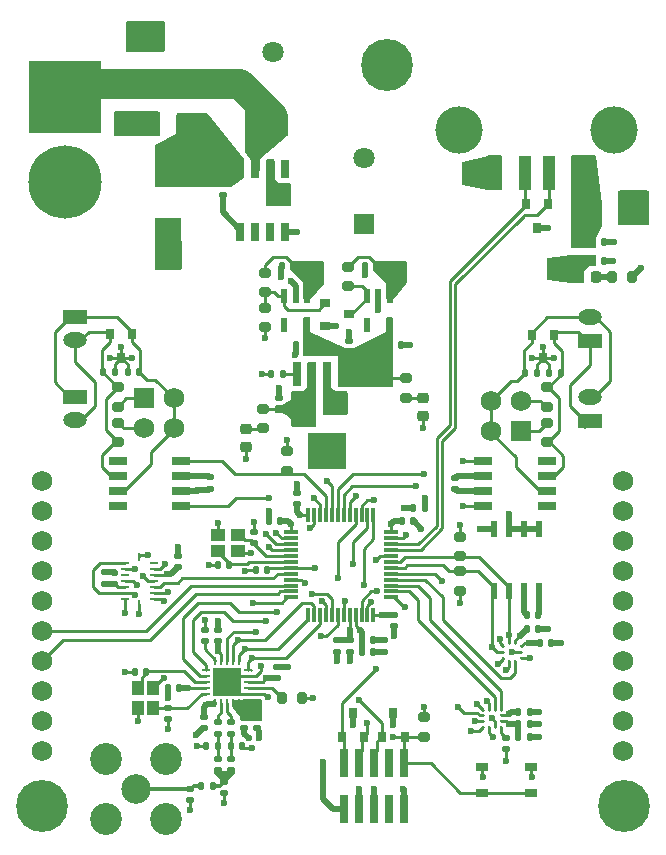
<source format=gbr>
%TF.GenerationSoftware,KiCad,Pcbnew,8.0.3-8.0.3-0~ubuntu22.04.1*%
%TF.CreationDate,2024-07-11T21:31:44-06:00*%
%TF.ProjectId,FCC_KiCAD,4643435f-4b69-4434-9144-2e6b69636164,rev?*%
%TF.SameCoordinates,Original*%
%TF.FileFunction,Copper,L1,Top*%
%TF.FilePolarity,Positive*%
%FSLAX46Y46*%
G04 Gerber Fmt 4.6, Leading zero omitted, Abs format (unit mm)*
G04 Created by KiCad (PCBNEW 8.0.3-8.0.3-0~ubuntu22.04.1) date 2024-07-11 21:31:44*
%MOMM*%
%LPD*%
G01*
G04 APERTURE LIST*
G04 Aperture macros list*
%AMRoundRect*
0 Rectangle with rounded corners*
0 $1 Rounding radius*
0 $2 $3 $4 $5 $6 $7 $8 $9 X,Y pos of 4 corners*
0 Add a 4 corners polygon primitive as box body*
4,1,4,$2,$3,$4,$5,$6,$7,$8,$9,$2,$3,0*
0 Add four circle primitives for the rounded corners*
1,1,$1+$1,$2,$3*
1,1,$1+$1,$4,$5*
1,1,$1+$1,$6,$7*
1,1,$1+$1,$8,$9*
0 Add four rect primitives between the rounded corners*
20,1,$1+$1,$2,$3,$4,$5,0*
20,1,$1+$1,$4,$5,$6,$7,0*
20,1,$1+$1,$6,$7,$8,$9,0*
20,1,$1+$1,$8,$9,$2,$3,0*%
G04 Aperture macros list end*
%TA.AperFunction,SMDPad,CuDef*%
%ADD10R,0.250000X0.275000*%
%TD*%
%TA.AperFunction,SMDPad,CuDef*%
%ADD11R,0.275000X0.250000*%
%TD*%
%TA.AperFunction,SMDPad,CuDef*%
%ADD12R,0.675000X0.250000*%
%TD*%
%TA.AperFunction,SMDPad,CuDef*%
%ADD13R,0.250000X0.675000*%
%TD*%
%TA.AperFunction,ComponentPad*%
%ADD14R,2.000000X1.300000*%
%TD*%
%TA.AperFunction,ComponentPad*%
%ADD15O,2.000000X1.300000*%
%TD*%
%TA.AperFunction,SMDPad,CuDef*%
%ADD16RoundRect,0.140000X0.140000X0.170000X-0.140000X0.170000X-0.140000X-0.170000X0.140000X-0.170000X0*%
%TD*%
%TA.AperFunction,SMDPad,CuDef*%
%ADD17R,0.800000X0.900000*%
%TD*%
%TA.AperFunction,SMDPad,CuDef*%
%ADD18R,2.500000X1.700000*%
%TD*%
%TA.AperFunction,SMDPad,CuDef*%
%ADD19RoundRect,0.050000X0.725000X0.250000X-0.725000X0.250000X-0.725000X-0.250000X0.725000X-0.250000X0*%
%TD*%
%TA.AperFunction,ComponentPad*%
%ADD20C,4.400000*%
%TD*%
%TA.AperFunction,SMDPad,CuDef*%
%ADD21RoundRect,0.140000X0.170000X-0.140000X0.170000X0.140000X-0.170000X0.140000X-0.170000X-0.140000X0*%
%TD*%
%TA.AperFunction,ComponentPad*%
%ADD22R,6.200000X6.200000*%
%TD*%
%TA.AperFunction,ComponentPad*%
%ADD23C,6.200000*%
%TD*%
%TA.AperFunction,SMDPad,CuDef*%
%ADD24RoundRect,0.140000X-0.170000X0.140000X-0.170000X-0.140000X0.170000X-0.140000X0.170000X0.140000X0*%
%TD*%
%TA.AperFunction,SMDPad,CuDef*%
%ADD25R,0.600000X1.400000*%
%TD*%
%TA.AperFunction,SMDPad,CuDef*%
%ADD26RoundRect,0.200000X-0.275000X0.200000X-0.275000X-0.200000X0.275000X-0.200000X0.275000X0.200000X0*%
%TD*%
%TA.AperFunction,SMDPad,CuDef*%
%ADD27R,1.700000X2.500000*%
%TD*%
%TA.AperFunction,SMDPad,CuDef*%
%ADD28RoundRect,0.140000X-0.140000X-0.170000X0.140000X-0.170000X0.140000X0.170000X-0.140000X0.170000X0*%
%TD*%
%TA.AperFunction,SMDPad,CuDef*%
%ADD29RoundRect,0.147500X-0.147500X-0.172500X0.147500X-0.172500X0.147500X0.172500X-0.147500X0.172500X0*%
%TD*%
%TA.AperFunction,SMDPad,CuDef*%
%ADD30RoundRect,0.200000X0.275000X-0.200000X0.275000X0.200000X-0.275000X0.200000X-0.275000X-0.200000X0*%
%TD*%
%TA.AperFunction,SMDPad,CuDef*%
%ADD31R,2.200000X2.000000*%
%TD*%
%TA.AperFunction,SMDPad,CuDef*%
%ADD32R,0.280000X0.760000*%
%TD*%
%TA.AperFunction,SMDPad,CuDef*%
%ADD33R,0.760000X0.280000*%
%TD*%
%TA.AperFunction,ComponentPad*%
%ADD34C,0.600000*%
%TD*%
%TA.AperFunction,SMDPad,CuDef*%
%ADD35R,2.400000X2.400000*%
%TD*%
%TA.AperFunction,SMDPad,CuDef*%
%ADD36R,1.200000X1.000000*%
%TD*%
%TA.AperFunction,SMDPad,CuDef*%
%ADD37R,0.550000X1.300000*%
%TD*%
%TA.AperFunction,ComponentPad*%
%ADD38R,1.750000X1.750000*%
%TD*%
%TA.AperFunction,ComponentPad*%
%ADD39C,1.750000*%
%TD*%
%TA.AperFunction,SMDPad,CuDef*%
%ADD40RoundRect,0.050000X-0.725000X-0.250000X0.725000X-0.250000X0.725000X0.250000X-0.725000X0.250000X0*%
%TD*%
%TA.AperFunction,SMDPad,CuDef*%
%ADD41RoundRect,0.218750X0.256250X-0.218750X0.256250X0.218750X-0.256250X0.218750X-0.256250X-0.218750X0*%
%TD*%
%TA.AperFunction,ComponentPad*%
%ADD42R,1.800000X1.800000*%
%TD*%
%TA.AperFunction,ComponentPad*%
%ADD43C,1.800000*%
%TD*%
%TA.AperFunction,SMDPad,CuDef*%
%ADD44RoundRect,0.050000X0.250000X-0.725000X0.250000X0.725000X-0.250000X0.725000X-0.250000X-0.725000X0*%
%TD*%
%TA.AperFunction,SMDPad,CuDef*%
%ADD45RoundRect,0.218750X-0.256250X0.218750X-0.256250X-0.218750X0.256250X-0.218750X0.256250X0.218750X0*%
%TD*%
%TA.AperFunction,SMDPad,CuDef*%
%ADD46R,1.000000X1.200000*%
%TD*%
%TA.AperFunction,ComponentPad*%
%ADD47C,2.500000*%
%TD*%
%TA.AperFunction,ComponentPad*%
%ADD48C,2.700000*%
%TD*%
%TA.AperFunction,SMDPad,CuDef*%
%ADD49RoundRect,0.225000X0.225000X0.250000X-0.225000X0.250000X-0.225000X-0.250000X0.225000X-0.250000X0*%
%TD*%
%TA.AperFunction,SMDPad,CuDef*%
%ADD50R,0.800000X2.400000*%
%TD*%
%TA.AperFunction,SMDPad,CuDef*%
%ADD51R,1.193800X0.304800*%
%TD*%
%TA.AperFunction,SMDPad,CuDef*%
%ADD52R,0.304800X1.193800*%
%TD*%
%TA.AperFunction,SMDPad,CuDef*%
%ADD53RoundRect,0.147500X0.147500X0.172500X-0.147500X0.172500X-0.147500X-0.172500X0.147500X-0.172500X0*%
%TD*%
%TA.AperFunction,SMDPad,CuDef*%
%ADD54RoundRect,0.200000X-0.200000X-0.275000X0.200000X-0.275000X0.200000X0.275000X-0.200000X0.275000X0*%
%TD*%
%TA.AperFunction,SMDPad,CuDef*%
%ADD55RoundRect,0.147500X-0.172500X0.147500X-0.172500X-0.147500X0.172500X-0.147500X0.172500X0.147500X0*%
%TD*%
%TA.AperFunction,SMDPad,CuDef*%
%ADD56RoundRect,0.050000X-0.275000X0.975000X-0.275000X-0.975000X0.275000X-0.975000X0.275000X0.975000X0*%
%TD*%
%TA.AperFunction,SMDPad,CuDef*%
%ADD57RoundRect,0.050000X-1.550000X0.975000X-1.550000X-0.975000X1.550000X-0.975000X1.550000X0.975000X0*%
%TD*%
%TA.AperFunction,SMDPad,CuDef*%
%ADD58R,0.900000X0.800000*%
%TD*%
%TA.AperFunction,SMDPad,CuDef*%
%ADD59R,1.120000X2.880000*%
%TD*%
%TA.AperFunction,ComponentPad*%
%ADD60C,4.000000*%
%TD*%
%TA.AperFunction,SMDPad,CuDef*%
%ADD61R,1.050000X0.650000*%
%TD*%
%TA.AperFunction,ViaPad*%
%ADD62C,0.600000*%
%TD*%
%TA.AperFunction,Conductor*%
%ADD63C,0.349300*%
%TD*%
%TA.AperFunction,Conductor*%
%ADD64C,0.254000*%
%TD*%
%TA.AperFunction,Conductor*%
%ADD65C,0.284000*%
%TD*%
%TA.AperFunction,Conductor*%
%ADD66C,0.295000*%
%TD*%
%TA.AperFunction,Conductor*%
%ADD67C,0.508000*%
%TD*%
%TA.AperFunction,Conductor*%
%ADD68C,0.280000*%
%TD*%
%TA.AperFunction,Conductor*%
%ADD69C,2.500000*%
%TD*%
%TA.AperFunction,Conductor*%
%ADD70C,0.800000*%
%TD*%
%TA.AperFunction,Conductor*%
%ADD71C,2.000000*%
%TD*%
%TA.AperFunction,Conductor*%
%ADD72C,0.167600*%
%TD*%
G04 APERTURE END LIST*
D10*
%TO.P,U4,1,VDDIO*%
%TO.N,+3V3*%
X165750000Y-115050000D03*
%TO.P,U4,2,SCL/SCK*%
%TO.N,SCL*%
X165250000Y-115050000D03*
D11*
%TO.P,U4,3,VSS*%
%TO.N,GND*%
X164738000Y-115312001D03*
%TO.P,U4,4,SDA/SDI*%
%TO.N,SDA*%
X164738000Y-115812000D03*
%TO.P,U4,5,SDO*%
%TO.N,GND*%
X164738000Y-116311999D03*
D10*
%TO.P,U4,6,~{CSB}*%
%TO.N,+3V3*%
X165250000Y-116574000D03*
%TO.P,U4,7,INT*%
%TO.N,BMP_INT*%
X165750000Y-116574000D03*
D11*
%TO.P,U4,8,VSS*%
%TO.N,GND*%
X166262000Y-116311999D03*
%TO.P,U4,9,VSS*%
X166262000Y-115812000D03*
%TO.P,U4,10,VDD*%
%TO.N,+3V3*%
X166262000Y-115312001D03*
%TD*%
D12*
%TO.P,U1,1,INT2*%
%TO.N,unconnected-(U1-INT2-Pad1)*%
X135200000Y-108300001D03*
%TO.P,U1,2,GND*%
%TO.N,GND*%
X135200000Y-108800000D03*
%TO.P,U1,3,VDD*%
%TO.N,+3V3*%
X135200000Y-109300002D03*
%TO.P,U1,4,GNDA*%
%TO.N,GND*%
X135200000Y-109800001D03*
%TO.P,U1,5,~{CSB}2*%
%TO.N,GYRO_~{CS}*%
X135200000Y-110300000D03*
%TO.P,U1,6,GNDIO*%
%TO.N,GND*%
X135200000Y-110800001D03*
%TO.P,U1,7,PS*%
X135200000Y-111300001D03*
D13*
%TO.P,U1,8,SCL/SCK*%
%TO.N,SCLK*%
X133950000Y-111800001D03*
D12*
%TO.P,U1,9,SDA/SDI*%
%TO.N,MOSI*%
X132700000Y-111300002D03*
%TO.P,U1,10,SDO2*%
%TO.N,MISO*%
X132700000Y-110800003D03*
%TO.P,U1,11,VDDIO*%
%TO.N,+3V3*%
X132700000Y-110300001D03*
%TO.P,U1,12,INT3*%
%TO.N,GYRO_INT*%
X132700000Y-109800002D03*
%TO.P,U1,13,INT4*%
%TO.N,unconnected-(U1-INT4-Pad13)*%
X132700000Y-109300003D03*
%TO.P,U1,14,~{CSB}1*%
%TO.N,ACCEL_~{CS}*%
X132700000Y-108800001D03*
%TO.P,U1,15,SDO1*%
%TO.N,MISO*%
X132700000Y-108300002D03*
D13*
%TO.P,U1,16,INT1*%
%TO.N,ACCEL_INT*%
X133950000Y-107800001D03*
%TD*%
D14*
%TO.P,J4,1,Pin_1*%
%TO.N,/I2C + CANBUS/CAN1H*%
X128510000Y-87450000D03*
D15*
%TO.P,J4,2,Pin_2*%
%TO.N,/I2C + CANBUS/CAN1L*%
X128510000Y-89450000D03*
%TD*%
D14*
%TO.P,J5,1,Pin_1*%
%TO.N,/I2C + CANBUS/CAN1H*%
X128510000Y-94200000D03*
D15*
%TO.P,J5,2,Pin_2*%
%TO.N,/I2C + CANBUS/CAN1L*%
X128510000Y-96200000D03*
%TD*%
D14*
%TO.P,J6,1,Pin_1*%
%TO.N,/I2C + CANBUS/CAN2H*%
X172085000Y-96250000D03*
D15*
%TO.P,J6,2,Pin_2*%
%TO.N,/I2C + CANBUS/CAN2L*%
X172085000Y-94250000D03*
%TD*%
D14*
%TO.P,J7,1,Pin_1*%
%TO.N,/I2C + CANBUS/CAN2H*%
X172085000Y-89500000D03*
D15*
%TO.P,J7,2,Pin_2*%
%TO.N,/I2C + CANBUS/CAN2L*%
X172085000Y-87500000D03*
%TD*%
D16*
%TO.P,C55,1*%
%TO.N,Net-(U10-PF1_OSC_OUT)*%
X141565001Y-108499999D03*
%TO.P,C55,2*%
%TO.N,GND*%
X140605001Y-108499999D03*
%TD*%
D17*
%TO.P,D12,1,K*%
%TO.N,/MCU + PAYLOAD/SWDIO*%
X151100000Y-123000000D03*
%TO.P,D12,2,K*%
%TO.N,/MCU + PAYLOAD/SWCLK*%
X153000000Y-123000000D03*
%TO.P,D12,3,A*%
%TO.N,GND*%
X152050000Y-121000000D03*
%TD*%
D18*
%TO.P,D6,1,K*%
%TO.N,Net-(D6-K)*%
X138385000Y-71100000D03*
%TO.P,D6,2,A*%
%TO.N,GND*%
X134385000Y-71100000D03*
%TD*%
D19*
%TO.P,U5,1,D*%
%TO.N,CAN1_TX*%
X137500000Y-103440000D03*
%TO.P,U5,2,GND*%
%TO.N,GND*%
X137500000Y-102170000D03*
%TO.P,U5,3,VCC*%
%TO.N,+3V3*%
X137500000Y-100900000D03*
%TO.P,U5,4,R*%
%TO.N,CAN1_RX*%
X137500000Y-99630000D03*
%TO.P,U5,5,NC*%
%TO.N,unconnected-(U5-NC-Pad5)*%
X132100000Y-99630000D03*
%TO.P,U5,6,CANL*%
%TO.N,/I2C + CANBUS/CAN1L*%
X132100000Y-100900000D03*
%TO.P,U5,7,CANH*%
%TO.N,/I2C + CANBUS/CAN1H*%
X132100000Y-102170000D03*
%TO.P,U5,8,NC*%
%TO.N,unconnected-(U5-NC-Pad8)*%
X132100000Y-103440000D03*
%TD*%
D20*
%TO.P,H3,1*%
%TO.N,N/C*%
X174935000Y-128860000D03*
%TD*%
D16*
%TO.P,C40,1*%
%TO.N,GND*%
X156085001Y-89800000D03*
%TO.P,C40,2*%
%TO.N,+5V*%
X155125001Y-89800000D03*
%TD*%
D21*
%TO.P,C51,1*%
%TO.N,+3V3*%
X147300001Y-103309998D03*
%TO.P,C51,2*%
%TO.N,GND*%
X147300001Y-102349998D03*
%TD*%
%TO.P,C5,1*%
%TO.N,+3V3*%
X140612400Y-114917400D03*
%TO.P,C5,2*%
%TO.N,GND*%
X140612400Y-113957400D03*
%TD*%
D17*
%TO.P,D1,1,K*%
%TO.N,/I2C + CANBUS/CAN1H*%
X133350000Y-88900000D03*
%TO.P,D1,2,K*%
%TO.N,/I2C + CANBUS/CAN1L*%
X131450000Y-88900000D03*
%TO.P,D1,3,A*%
%TO.N,GND*%
X132400000Y-90900000D03*
%TD*%
D16*
%TO.P,C8,1*%
%TO.N,+3V3*%
X137287400Y-118867400D03*
%TO.P,C8,2*%
%TO.N,GND*%
X136327400Y-118867400D03*
%TD*%
D22*
%TO.P,J8,1,Pin_1*%
%TO.N,+BATT*%
X127675000Y-68850000D03*
D23*
%TO.P,J8,2,Pin_2*%
%TO.N,GND*%
X127675000Y-76050000D03*
%TD*%
D24*
%TO.P,C26,1*%
%TO.N,Net-(U7-C1)*%
X164970000Y-123100000D03*
%TO.P,C26,2*%
%TO.N,GND*%
X164970000Y-124060000D03*
%TD*%
D17*
%TO.P,D13,1,K*%
%TO.N,/MCU + PAYLOAD/SWO*%
X154500000Y-123000000D03*
%TO.P,D13,2,K*%
%TO.N,/MCU + PAYLOAD/NRST*%
X156400000Y-123000000D03*
%TO.P,D13,3,A*%
%TO.N,GND*%
X155450000Y-121000000D03*
%TD*%
D25*
%TO.P,U3,1,E0*%
%TO.N,+3V3*%
X167770000Y-105400000D03*
%TO.P,U3,2,E1*%
X166500000Y-105400000D03*
%TO.P,U3,3,E2*%
X165230000Y-105400000D03*
%TO.P,U3,4,VSS*%
%TO.N,GND*%
X163960000Y-105400000D03*
%TO.P,U3,5,SDA*%
%TO.N,SDA*%
X163960000Y-110700000D03*
%TO.P,U3,6,SCL*%
%TO.N,SCL*%
X165230000Y-110700000D03*
%TO.P,U3,7,~{WC}*%
%TO.N,GND*%
X166500000Y-110700000D03*
%TO.P,U3,8,VCC*%
%TO.N,+3V3*%
X167770000Y-110700000D03*
%TD*%
D16*
%TO.P,C3,1*%
%TO.N,Net-(U2-XOSC_Q1)*%
X134510000Y-117492400D03*
%TO.P,C3,2*%
%TO.N,GND*%
X133550000Y-117492400D03*
%TD*%
D26*
%TO.P,R10,1*%
%TO.N,+5V*%
X156485000Y-92650000D03*
%TO.P,R10,2*%
%TO.N,Net-(D10-A)*%
X156485000Y-94300000D03*
%TD*%
D27*
%TO.P,D3,1,K*%
%TO.N,+BATT*%
X133885000Y-67700000D03*
%TO.P,D3,2,A*%
%TO.N,GND*%
X133885000Y-63700000D03*
%TD*%
D20*
%TO.P,H1,1*%
%TO.N,N/C*%
X154935000Y-66150000D03*
%TD*%
D28*
%TO.P,C28,1*%
%TO.N,/I2C + CANBUS/CAN2L*%
X166610000Y-92175000D03*
%TO.P,C28,2*%
%TO.N,GND*%
X167570000Y-92175000D03*
%TD*%
D24*
%TO.P,C22,1*%
%TO.N,GND*%
X160630000Y-101075000D03*
%TO.P,C22,2*%
%TO.N,+3V3*%
X160630000Y-102035000D03*
%TD*%
D29*
%TO.P,L1,1,1*%
%TO.N,GND*%
X139617400Y-123792400D03*
%TO.P,L1,2,2*%
%TO.N,Net-(C11-Pad2)*%
X140587400Y-123792400D03*
%TD*%
D24*
%TO.P,C6,1*%
%TO.N,Net-(U2-XOSC_Q2)*%
X136357400Y-120567400D03*
%TO.P,C6,2*%
%TO.N,GND*%
X136357400Y-121527400D03*
%TD*%
D30*
%TO.P,R14,1*%
%TO.N,+3V3*%
X161050000Y-110650000D03*
%TO.P,R14,2*%
%TO.N,SDA*%
X161050000Y-109000000D03*
%TD*%
D24*
%TO.P,C10,1*%
%TO.N,+3V3*%
X143887400Y-121342400D03*
%TO.P,C10,2*%
%TO.N,GND*%
X143887400Y-122302400D03*
%TD*%
D31*
%TO.P,L4,1,1*%
%TO.N,Net-(D6-K)*%
X136385000Y-74200000D03*
%TO.P,L4,2,2*%
%TO.N,/POWER + USB/5VDCDC*%
X136385000Y-80100000D03*
%TD*%
D24*
%TO.P,C43,1*%
%TO.N,GND*%
X145725000Y-94290000D03*
%TO.P,C43,2*%
%TO.N,+3V3*%
X145725000Y-95250000D03*
%TD*%
D16*
%TO.P,C24,1*%
%TO.N,/I2C + CANBUS/CAN2H*%
X169610000Y-92175000D03*
%TO.P,C24,2*%
%TO.N,GND*%
X168650000Y-92175000D03*
%TD*%
D28*
%TO.P,C25,1*%
%TO.N,+3V3*%
X166020000Y-121950000D03*
%TO.P,C25,2*%
%TO.N,GND*%
X166980000Y-121950000D03*
%TD*%
D26*
%TO.P,R12,1*%
%TO.N,+3V3*%
X158000000Y-121350000D03*
%TO.P,R12,2*%
%TO.N,/MCU + PAYLOAD/NRST*%
X158000000Y-123000000D03*
%TD*%
D28*
%TO.P,C49,1*%
%TO.N,+3V3*%
X157150001Y-103649999D03*
%TO.P,C49,2*%
%TO.N,GND*%
X158110001Y-103649999D03*
%TD*%
D30*
%TO.P,R15,1*%
%TO.N,CAN1_RX*%
X146450000Y-100500000D03*
%TO.P,R15,2*%
%TO.N,GND*%
X146450000Y-98850000D03*
%TD*%
D32*
%TO.P,U2,1,SCLK*%
%TO.N,SCLK*%
X142387400Y-116582400D03*
%TO.P,U2,2,SO_GDO1*%
%TO.N,MISO*%
X141887400Y-116582400D03*
%TO.P,U2,3,GDO2*%
%TO.N,CC2500_GDO2*%
X141387400Y-116582400D03*
%TO.P,U2,4,DVDD*%
%TO.N,+3V3*%
X140887401Y-116582400D03*
%TO.P,U2,5,DCOUPL*%
%TO.N,Net-(U2-DCOUPL)*%
X140387399Y-116582400D03*
D33*
%TO.P,U2,6,GDO0_ATEST*%
%TO.N,CC2500_GDO0*%
X139607400Y-117362399D03*
%TO.P,U2,7,~{CS}*%
%TO.N,CC2500_~{CS}*%
X139607400Y-117862400D03*
%TO.P,U2,8,XOSC_Q1*%
%TO.N,Net-(U2-XOSC_Q1)*%
X139607400Y-118362400D03*
%TO.P,U2,9,AVDD*%
%TO.N,+3V3*%
X139607400Y-118862399D03*
%TO.P,U2,10,XOSC_Q2*%
%TO.N,Net-(U2-XOSC_Q2)*%
X139607400Y-119362400D03*
D32*
%TO.P,U2,11,AVDD*%
%TO.N,+3V3*%
X140387399Y-120142400D03*
%TO.P,U2,12,RF_P*%
%TO.N,Net-(U2-RF_P)*%
X140887400Y-120142400D03*
%TO.P,U2,13,RF_N*%
%TO.N,Net-(U2-RF_N)*%
X141387400Y-120142400D03*
%TO.P,U2,14,AVDD*%
%TO.N,+3V3*%
X141887400Y-120142400D03*
%TO.P,U2,15,AVDD*%
X142387401Y-120142400D03*
D33*
%TO.P,U2,16,GND*%
%TO.N,GND*%
X143167400Y-119362400D03*
%TO.P,U2,17,RBIAS*%
%TO.N,Net-(U2-RBIAS)*%
X143167400Y-118862400D03*
%TO.P,U2,18,DGUARD*%
%TO.N,+3V3*%
X143167400Y-118362400D03*
%TO.P,U2,19,GND*%
%TO.N,GND*%
X143167400Y-117862400D03*
%TO.P,U2,20,SI*%
%TO.N,MOSI*%
X143167400Y-117362400D03*
D34*
%TO.P,U2,21,PAD*%
%TO.N,GND*%
X142174800Y-117575000D03*
X140600000Y-117575000D03*
X141387400Y-118362400D03*
D35*
X141387400Y-118362400D03*
D34*
X142174800Y-119149800D03*
X140600000Y-119149800D03*
%TD*%
D36*
%TO.P,X2,1,1*%
%TO.N,Net-(U10-PF0_OSC_IN)*%
X142300001Y-105950000D03*
%TO.P,X2,2,2*%
%TO.N,GND*%
X140600001Y-105950000D03*
%TO.P,X2,3,3*%
%TO.N,Net-(U10-PF1_OSC_OUT)*%
X140600001Y-107250000D03*
%TO.P,X2,4,4*%
%TO.N,GND*%
X142300001Y-107250000D03*
%TD*%
D28*
%TO.P,C30,1*%
%TO.N,+3V3*%
X166020000Y-120900000D03*
%TO.P,C30,2*%
%TO.N,GND*%
X166980000Y-120900000D03*
%TD*%
D37*
%TO.P,D7,1,VDD*%
%TO.N,/POWER + USB/5VDCDC*%
X148125000Y-85650000D03*
%TO.P,D7,2,GND*%
%TO.N,GND*%
X147174999Y-85650000D03*
%TO.P,D7,3,EN*%
%TO.N,Net-(D7-EN)*%
X146224999Y-85650000D03*
%TO.P,D7,4,NC*%
%TO.N,unconnected-(D7-NC-Pad4)*%
X146224999Y-88150000D03*
%TO.P,D7,5,OUT*%
%TO.N,+5V*%
X148125000Y-88150000D03*
%TD*%
D24*
%TO.P,C44,1*%
%TO.N,+3V3*%
X150700000Y-114850000D03*
%TO.P,C44,2*%
%TO.N,GND*%
X150700000Y-115810000D03*
%TD*%
D38*
%TO.P,J2,1,Pin_1*%
%TO.N,Net-(J2-Pin_1)*%
X134300000Y-94360000D03*
D39*
%TO.P,J2,2,Pin_2*%
%TO.N,/I2C + CANBUS/CAN1H*%
X136840000Y-94360000D03*
%TO.P,J2,3,Pin_3*%
%TO.N,Net-(J2-Pin_3)*%
X134300000Y-96900000D03*
%TO.P,J2,4,Pin_4*%
%TO.N,/I2C + CANBUS/CAN1H*%
X136840000Y-96900000D03*
%TD*%
D18*
%TO.P,D4,1,K*%
%TO.N,/POWER + USB/5VBUS*%
X171785000Y-78800000D03*
%TO.P,D4,2,A*%
%TO.N,GND*%
X175785000Y-78800000D03*
%TD*%
D40*
%TO.P,U6,1,D*%
%TO.N,CAN2_TX*%
X163030000Y-99665000D03*
%TO.P,U6,2,GND*%
%TO.N,GND*%
X163030000Y-100935000D03*
%TO.P,U6,3,VCC*%
%TO.N,+3V3*%
X163030000Y-102205000D03*
%TO.P,U6,4,R*%
%TO.N,CAN2_RX*%
X163030000Y-103475000D03*
%TO.P,U6,5,NC*%
%TO.N,unconnected-(U6-NC-Pad5)*%
X168430000Y-103475000D03*
%TO.P,U6,6,CANL*%
%TO.N,/I2C + CANBUS/CAN2L*%
X168430000Y-102205000D03*
%TO.P,U6,7,CANH*%
%TO.N,/I2C + CANBUS/CAN2H*%
X168430000Y-100935000D03*
%TO.P,U6,8,NC*%
%TO.N,unconnected-(U6-NC-Pad8)*%
X168430000Y-99665000D03*
%TD*%
D28*
%TO.P,C29,1*%
%TO.N,+3V3*%
X166020000Y-123000000D03*
%TO.P,C29,2*%
%TO.N,GND*%
X166980000Y-123000000D03*
%TD*%
D21*
%TO.P,C21,1*%
%TO.N,GND*%
X139925000Y-102000000D03*
%TO.P,C21,2*%
%TO.N,+3V3*%
X139925000Y-101040000D03*
%TD*%
D41*
%TO.P,D10,1,K*%
%TO.N,GND*%
X157950000Y-95875000D03*
%TO.P,D10,2,A*%
%TO.N,Net-(D10-A)*%
X157950000Y-94300000D03*
%TD*%
D28*
%TO.P,C37,1*%
%TO.N,GND*%
X146015000Y-83150000D03*
%TO.P,C37,2*%
%TO.N,/POWER + USB/5VDCDC*%
X146975000Y-83150000D03*
%TD*%
D16*
%TO.P,C34,1*%
%TO.N,GND*%
X173295000Y-82725000D03*
%TO.P,C34,2*%
%TO.N,/POWER + USB/5VBUS_FILT*%
X172335000Y-82725000D03*
%TD*%
D28*
%TO.P,C19,1*%
%TO.N,+3V3*%
X167850000Y-115050000D03*
%TO.P,C19,2*%
%TO.N,GND*%
X168810000Y-115050000D03*
%TD*%
D24*
%TO.P,C17,1*%
%TO.N,Net-(J1-In)*%
X138200000Y-127440000D03*
%TO.P,C17,2*%
%TO.N,GND*%
X138200000Y-128400000D03*
%TD*%
D21*
%TO.P,C2,1*%
%TO.N,+3V3*%
X137200000Y-108650000D03*
%TO.P,C2,2*%
%TO.N,GND*%
X137200000Y-107690000D03*
%TD*%
%TO.P,C41,1*%
%TO.N,+5V*%
X151725000Y-90450000D03*
%TO.P,C41,2*%
%TO.N,GND*%
X151725000Y-89490000D03*
%TD*%
D28*
%TO.P,C14,1*%
%TO.N,Net-(C12-Pad2)*%
X141687400Y-123792400D03*
%TO.P,C14,2*%
%TO.N,GND*%
X142647400Y-123792400D03*
%TD*%
D21*
%TO.P,C1,1*%
%TO.N,+3V3*%
X131000000Y-110050002D03*
%TO.P,C1,2*%
%TO.N,GND*%
X131000000Y-109090002D03*
%TD*%
D30*
%TO.P,R5,1*%
%TO.N,Net-(J3-Pin_3)*%
X168430000Y-95075000D03*
%TO.P,R5,2*%
%TO.N,/I2C + CANBUS/CAN2H*%
X168430000Y-93425000D03*
%TD*%
D42*
%TO.P,C31,1*%
%TO.N,+BATT*%
X145285000Y-70511800D03*
D43*
%TO.P,C31,2*%
%TO.N,GND*%
X145285000Y-65000000D03*
%TD*%
D10*
%TO.P,U7,1,SCL/SCK*%
%TO.N,SCL*%
X163049999Y-122200001D03*
%TO.P,U7,2,GND*%
%TO.N,GND*%
X163550000Y-122200002D03*
%TO.P,U7,3,GND*%
X164050000Y-122200002D03*
%TO.P,U7,4,C1*%
%TO.N,Net-(U7-C1)*%
X164550001Y-122200002D03*
D11*
%TO.P,U7,5,VDD*%
%TO.N,+3V3*%
X164560000Y-121700001D03*
%TO.P,U7,6,VDDIO*%
X164560000Y-121200001D03*
D10*
%TO.P,U7,7,INT*%
%TO.N,MAG_INT*%
X164550001Y-120700000D03*
%TO.P,U7,8,DRDY*%
%TO.N,MAG_DRDY*%
X164050000Y-120700000D03*
%TO.P,U7,9,SDO*%
%TO.N,GND*%
X163550000Y-120700000D03*
%TO.P,U7,10,CS*%
%TO.N,+3V3*%
X163049999Y-120700000D03*
D11*
%TO.P,U7,11,SDA/SDI*%
%TO.N,SDA*%
X163040000Y-121200001D03*
%TO.P,U7,12,GND*%
%TO.N,GND*%
X163040000Y-121700001D03*
%TD*%
D41*
%TO.P,D11,1,K*%
%TO.N,GND*%
X142950000Y-98500000D03*
%TO.P,D11,2,A*%
%TO.N,Net-(D11-A)*%
X142950000Y-96925000D03*
%TD*%
D16*
%TO.P,C48,1*%
%TO.N,+3V3*%
X145865001Y-104750000D03*
%TO.P,C48,2*%
%TO.N,GND*%
X144905001Y-104750000D03*
%TD*%
D28*
%TO.P,C18,1*%
%TO.N,GND*%
X166740000Y-112700000D03*
%TO.P,C18,2*%
%TO.N,+3V3*%
X167700000Y-112700000D03*
%TD*%
D26*
%TO.P,R13,1*%
%TO.N,+3V3*%
X161050000Y-106050000D03*
%TO.P,R13,2*%
%TO.N,SCL*%
X161050000Y-107700000D03*
%TD*%
D44*
%TO.P,U8,1,CB*%
%TO.N,Net-(U8-CB)*%
X142485000Y-80300000D03*
%TO.P,U8,2,SS*%
%TO.N,unconnected-(U8-SS-Pad2)*%
X143755000Y-80300000D03*
%TO.P,U8,3,SYNC*%
%TO.N,unconnected-(U8-SYNC-Pad3)*%
X145025000Y-80300000D03*
%TO.P,U8,4,FB*%
%TO.N,/POWER + USB/5VDCDC*%
X146295000Y-80300000D03*
%TO.P,U8,5,ON/~{OFF}*%
%TO.N,unconnected-(U8-ON{slash}~{OFF}-Pad5)*%
X146295000Y-74900000D03*
%TO.P,U8,6,GND*%
%TO.N,GND*%
X145025000Y-74900000D03*
%TO.P,U8,7,VIN*%
%TO.N,+BATT*%
X143755000Y-74900000D03*
%TO.P,U8,8,VSW*%
%TO.N,Net-(D6-K)*%
X142485000Y-74900000D03*
%TD*%
D24*
%TO.P,C11,1*%
%TO.N,Net-(U2-RF_P)*%
X140587400Y-121782400D03*
%TO.P,C11,2*%
%TO.N,Net-(C11-Pad2)*%
X140587400Y-122742400D03*
%TD*%
D45*
%TO.P,FB1,1*%
%TO.N,/POWER + USB/5VBUS*%
X171085000Y-81125000D03*
%TO.P,FB1,2*%
%TO.N,/POWER + USB/5VBUS_FILT*%
X171085000Y-82700000D03*
%TD*%
D46*
%TO.P,X1,1,1*%
%TO.N,Net-(U2-XOSC_Q1)*%
X133787400Y-118867400D03*
%TO.P,X1,2,2*%
%TO.N,GND*%
X133787400Y-120567400D03*
%TO.P,X1,3,3*%
%TO.N,Net-(U2-XOSC_Q2)*%
X135087400Y-120567400D03*
%TO.P,X1,4,4*%
%TO.N,GND*%
X135087400Y-118867400D03*
%TD*%
D47*
%TO.P,J1,1,In*%
%TO.N,Net-(J1-In)*%
X133685000Y-127400000D03*
D48*
%TO.P,J1,2,Ext*%
%TO.N,GND*%
X136225000Y-124860000D03*
X131145000Y-124860000D03*
X136225000Y-129940000D03*
X131145000Y-129940000D03*
%TD*%
D30*
%TO.P,R2,1*%
%TO.N,Net-(J2-Pin_1)*%
X132100000Y-95050000D03*
%TO.P,R2,2*%
%TO.N,/I2C + CANBUS/CAN1L*%
X132100000Y-93400000D03*
%TD*%
D24*
%TO.P,C16,1*%
%TO.N,Net-(C15-Pad2)*%
X141125000Y-126825000D03*
%TO.P,C16,2*%
%TO.N,GND*%
X141125000Y-127785000D03*
%TD*%
D20*
%TO.P,H2,1*%
%TO.N,N/C*%
X125685000Y-128860000D03*
%TD*%
D21*
%TO.P,C52,1*%
%TO.N,Net-(U10-PF0_OSC_IN)*%
X143650001Y-106609999D03*
%TO.P,C52,2*%
%TO.N,GND*%
X143650001Y-105649999D03*
%TD*%
D28*
%TO.P,C27,1*%
%TO.N,/I2C + CANBUS/CAN1L*%
X130900000Y-92100000D03*
%TO.P,C27,2*%
%TO.N,GND*%
X131860000Y-92100000D03*
%TD*%
D26*
%TO.P,R11,1*%
%TO.N,+3V3*%
X144450000Y-95250000D03*
%TO.P,R11,2*%
%TO.N,Net-(D11-A)*%
X144450000Y-96900000D03*
%TD*%
D42*
%TO.P,C36,1*%
%TO.N,/POWER + USB/5VDCDC*%
X152985000Y-79550000D03*
D43*
%TO.P,C36,2*%
%TO.N,GND*%
X152985000Y-74038200D03*
%TD*%
D49*
%TO.P,C35,1*%
%TO.N,Net-(C35-Pad1)*%
X172635000Y-84100000D03*
%TO.P,C35,2*%
%TO.N,/POWER + USB/5VBUS_FILT*%
X171085000Y-84100000D03*
%TD*%
D50*
%TO.P,J10,1,Pin_1*%
%TO.N,+3V3*%
X151230000Y-129150002D03*
%TO.P,J10,2,Pin_2*%
%TO.N,/MCU + PAYLOAD/SWDIO*%
X151230000Y-125250000D03*
%TO.P,J10,3,Pin_3*%
%TO.N,GND*%
X152500000Y-129150002D03*
%TO.P,J10,4,Pin_4*%
%TO.N,/MCU + PAYLOAD/SWCLK*%
X152500000Y-125250000D03*
%TO.P,J10,5,Pin_5*%
%TO.N,GND*%
X153770000Y-129150002D03*
%TO.P,J10,6,Pin_6*%
%TO.N,/MCU + PAYLOAD/SWO*%
X153770000Y-125250000D03*
%TO.P,J10,7,Pin_7*%
%TO.N,unconnected-(J10-Pin_7-Pad7)*%
X155040000Y-129150002D03*
%TO.P,J10,8,Pin_8*%
%TO.N,unconnected-(J10-Pin_8-Pad8)*%
X155040000Y-125250000D03*
%TO.P,J10,9,Pin_9*%
%TO.N,GND*%
X156310000Y-129150002D03*
%TO.P,J10,10,Pin_10*%
%TO.N,/MCU + PAYLOAD/NRST*%
X156310000Y-125250000D03*
%TD*%
D51*
%TO.P,U10,1,VBAT*%
%TO.N,+3V3*%
X146750001Y-105699999D03*
%TO.P,U10,2,PC13*%
%TO.N,/MCU + PAYLOAD/GPIO2*%
X146750001Y-106199998D03*
%TO.P,U10,3,PC14_OSC32_IN*%
%TO.N,/MCU + PAYLOAD/GPIO3*%
X146750001Y-106700000D03*
%TO.P,U10,4,PC15_OSC32_OUT*%
%TO.N,ACCEL_INT*%
X146750001Y-107199999D03*
%TO.P,U10,5,PF0_OSC_IN*%
%TO.N,Net-(U10-PF0_OSC_IN)*%
X146750001Y-107699998D03*
%TO.P,U10,6,PF1_OSC_OUT*%
%TO.N,Net-(U10-PF1_OSC_OUT)*%
X146750001Y-108199999D03*
%TO.P,U10,7,PG10_NRST*%
%TO.N,/MCU + PAYLOAD/NRST*%
X146750001Y-108699999D03*
%TO.P,U10,8,PA0*%
%TO.N,GYRO_~{CS}*%
X146750001Y-109200000D03*
%TO.P,U10,9,PA1*%
%TO.N,GYRO_INT*%
X146750001Y-109699999D03*
%TO.P,U10,10,PA2*%
%TO.N,/MCU + PAYLOAD/UART_TX*%
X146750001Y-110199998D03*
%TO.P,U10,11,PA3*%
%TO.N,/MCU + PAYLOAD/UART_RX*%
X146750001Y-110700000D03*
%TO.P,U10,12,PA4*%
%TO.N,ACCEL_~{CS}*%
X146750001Y-111199999D03*
D52*
%TO.P,U10,13,PA5*%
%TO.N,SCLK*%
X148250000Y-112699998D03*
%TO.P,U10,14,PA6*%
%TO.N,MISO*%
X148749999Y-112699998D03*
%TO.P,U10,15,PA7*%
%TO.N,MOSI*%
X149250001Y-112699998D03*
%TO.P,U10,16,PB0*%
%TO.N,CC2500_GDO0*%
X149750000Y-112699998D03*
%TO.P,U10,17,PB1*%
%TO.N,CC2500_~{CS}*%
X150249999Y-112699998D03*
%TO.P,U10,18,PB2*%
%TO.N,CC2500_GDO2*%
X150750000Y-112699998D03*
%TO.P,U10,19,VSSA*%
%TO.N,GND*%
X151250000Y-112699998D03*
%TO.P,U10,20,VREF+*%
%TO.N,+3V3*%
X151750001Y-112699998D03*
%TO.P,U10,21,VDDA*%
X152250000Y-112699998D03*
%TO.P,U10,22,PB10*%
%TO.N,/MCU + PAYLOAD/GPIO8*%
X152749999Y-112699998D03*
%TO.P,U10,23,VSS*%
%TO.N,GND*%
X153250001Y-112699998D03*
%TO.P,U10,24,VDD*%
%TO.N,+3V3*%
X153750000Y-112699998D03*
D51*
%TO.P,U10,25,PB11*%
%TO.N,/MCU + PAYLOAD/GPIO9*%
X155249999Y-111199999D03*
%TO.P,U10,26,PB12*%
%TO.N,MAG_DRDY*%
X155249999Y-110700000D03*
%TO.P,U10,27,PB13*%
%TO.N,MAG_INT*%
X155249999Y-110199998D03*
%TO.P,U10,28,PB14*%
%TO.N,BMP_INT*%
X155249999Y-109699999D03*
%TO.P,U10,29,PB15*%
%TO.N,/MCU + PAYLOAD/GPIO7*%
X155249999Y-109200000D03*
%TO.P,U10,30,PA8*%
%TO.N,SDA*%
X155249999Y-108699999D03*
%TO.P,U10,31,PA9*%
%TO.N,SCL*%
X155249999Y-108199999D03*
%TO.P,U10,32,PA10*%
%TO.N,/MCU + PAYLOAD/GPIO6*%
X155249999Y-107699998D03*
%TO.P,U10,33,PA11*%
%TO.N,USB_D-*%
X155249999Y-107199999D03*
%TO.P,U10,34,PA12*%
%TO.N,USB_D+*%
X155249999Y-106700000D03*
%TO.P,U10,35,VSS*%
%TO.N,GND*%
X155249999Y-106199998D03*
%TO.P,U10,36,VDD*%
%TO.N,+3V3*%
X155249999Y-105699999D03*
D52*
%TO.P,U10,37,PA13*%
%TO.N,/MCU + PAYLOAD/SWDIO*%
X153750000Y-104200000D03*
%TO.P,U10,38,PA14*%
%TO.N,/MCU + PAYLOAD/SWCLK*%
X153250001Y-104200000D03*
%TO.P,U10,39,PA15*%
%TO.N,/MCU + PAYLOAD/GPIO5*%
X152749999Y-104200000D03*
%TO.P,U10,40,PB3*%
%TO.N,/MCU + PAYLOAD/SWO*%
X152250000Y-104200000D03*
%TO.P,U10,41,PB4*%
%TO.N,/MCU + PAYLOAD/GPIO4*%
X151750001Y-104200000D03*
%TO.P,U10,42,PB5*%
%TO.N,CAN2_RX*%
X151250000Y-104200000D03*
%TO.P,U10,43,PB6*%
%TO.N,CAN2_TX*%
X150750000Y-104200000D03*
%TO.P,U10,44,PB7*%
%TO.N,/MCU + PAYLOAD/GPIO1*%
X150249999Y-104200000D03*
%TO.P,U10,45,PB8_BOOT0*%
%TO.N,CAN1_RX*%
X149750000Y-104200000D03*
%TO.P,U10,46,PB9*%
%TO.N,CAN1_TX*%
X149250001Y-104200000D03*
%TO.P,U10,47,VSS*%
%TO.N,GND*%
X148749999Y-104200000D03*
%TO.P,U10,48,VDD*%
%TO.N,+3V3*%
X148250000Y-104200000D03*
%TD*%
D24*
%TO.P,C13,1*%
%TO.N,+3V3*%
X139452400Y-121342400D03*
%TO.P,C13,2*%
%TO.N,GND*%
X139452400Y-122302400D03*
%TD*%
D26*
%TO.P,R9,1*%
%TO.N,/POWER + USB/5VBUS_FILT*%
X151575000Y-83200000D03*
%TO.P,R9,2*%
%TO.N,Net-(D8-D)*%
X151575000Y-84850000D03*
%TD*%
D24*
%TO.P,C45,1*%
%TO.N,+3V3*%
X151750000Y-114850000D03*
%TO.P,C45,2*%
%TO.N,GND*%
X151750000Y-115810000D03*
%TD*%
D53*
%TO.P,L3,1,1*%
%TO.N,Net-(C15-Pad2)*%
X140145000Y-127150000D03*
%TO.P,L3,2,2*%
%TO.N,Net-(J1-In)*%
X139175000Y-127150000D03*
%TD*%
D54*
%TO.P,R6,1*%
%TO.N,Net-(C35-Pad1)*%
X173985000Y-84100000D03*
%TO.P,R6,2*%
%TO.N,GND*%
X175635000Y-84100000D03*
%TD*%
D24*
%TO.P,C9,1*%
%TO.N,+3V3*%
X142837400Y-121342400D03*
%TO.P,C9,2*%
%TO.N,GND*%
X142837400Y-122302400D03*
%TD*%
D26*
%TO.P,R4,1*%
%TO.N,Net-(J2-Pin_3)*%
X132100000Y-96400000D03*
%TO.P,R4,2*%
%TO.N,/I2C + CANBUS/CAN1L*%
X132100000Y-98050000D03*
%TD*%
D55*
%TO.P,L2,1,1*%
%TO.N,Net-(C12-Pad2)*%
X141687400Y-124872400D03*
%TO.P,L2,2,2*%
%TO.N,Net-(C15-Pad2)*%
X141687400Y-125842400D03*
%TD*%
D26*
%TO.P,R7,1*%
%TO.N,/POWER + USB/5VDCDC*%
X144575000Y-83700000D03*
%TO.P,R7,2*%
%TO.N,Net-(D7-EN)*%
X144575000Y-85350000D03*
%TD*%
D24*
%TO.P,C54,1*%
%TO.N,+3V3*%
X155465001Y-112700000D03*
%TO.P,C54,2*%
%TO.N,GND*%
X155465001Y-113660000D03*
%TD*%
D28*
%TO.P,C38,1*%
%TO.N,GND*%
X153025000Y-83150000D03*
%TO.P,C38,2*%
%TO.N,/POWER + USB/5VBUS_FILT*%
X153985000Y-83150000D03*
%TD*%
D56*
%TO.P,U9,1,EN*%
%TO.N,+5V*%
X152365000Y-92300000D03*
%TO.P,U9,2,IN*%
X151095000Y-92300000D03*
%TO.P,U9,3,GND*%
%TO.N,GND*%
X149825000Y-92300000D03*
%TO.P,U9,4,OUT*%
%TO.N,+3V3*%
X148555000Y-92300000D03*
%TO.P,U9,5,NR/FB*%
%TO.N,Net-(U9-NR{slash}FB)*%
X147285000Y-92300000D03*
D34*
%TO.P,U9,6,GND*%
%TO.N,GND*%
X149825000Y-97550000D03*
X151175000Y-98300000D03*
D57*
X149825000Y-98300000D03*
D34*
X148475000Y-98300000D03*
X149825000Y-99050000D03*
%TD*%
D38*
%TO.P,J3,1,Pin_1*%
%TO.N,Net-(J3-Pin_1)*%
X166270000Y-97075000D03*
D39*
%TO.P,J3,2,Pin_2*%
%TO.N,/I2C + CANBUS/CAN2L*%
X163730000Y-97075000D03*
%TO.P,J3,3,Pin_3*%
%TO.N,Net-(J3-Pin_3)*%
X166270000Y-94535000D03*
%TO.P,J3,4,Pin_4*%
%TO.N,/I2C + CANBUS/CAN2L*%
X163730000Y-94535000D03*
%TD*%
D37*
%TO.P,D9,1,VDD*%
%TO.N,/POWER + USB/5VBUS_FILT*%
X155125001Y-85650000D03*
%TO.P,D9,2,GND*%
%TO.N,GND*%
X154175000Y-85650000D03*
%TO.P,D9,3,EN*%
%TO.N,Net-(D8-D)*%
X153225000Y-85650000D03*
%TO.P,D9,4,NC*%
%TO.N,unconnected-(D9-NC-Pad4)*%
X153225000Y-88150000D03*
%TO.P,D9,5,OUT*%
%TO.N,+5V*%
X155125001Y-88150000D03*
%TD*%
D16*
%TO.P,C23,1*%
%TO.N,/I2C + CANBUS/CAN1H*%
X133900000Y-92100000D03*
%TO.P,C23,2*%
%TO.N,GND*%
X132940000Y-92100000D03*
%TD*%
D58*
%TO.P,D8,1,G*%
%TO.N,Net-(D7-EN)*%
X149675000Y-86300000D03*
%TO.P,D8,2,S*%
%TO.N,GND*%
X149675000Y-88200000D03*
%TO.P,D8,3,D*%
%TO.N,Net-(D8-D)*%
X151675000Y-87250000D03*
%TD*%
D28*
%TO.P,C53,1*%
%TO.N,+3V3*%
X156165001Y-104750000D03*
%TO.P,C53,2*%
%TO.N,GND*%
X157125001Y-104750000D03*
%TD*%
D59*
%TO.P,J9,1,VBUS*%
%TO.N,/POWER + USB/5VBUS*%
X171085000Y-75230000D03*
%TO.P,J9,2,D-*%
%TO.N,USB_D-*%
X168585000Y-75230000D03*
%TO.P,J9,3,D+*%
%TO.N,USB_D+*%
X166585000Y-75230000D03*
%TO.P,J9,4,GND*%
%TO.N,GND*%
X164085000Y-75230000D03*
D60*
%TO.P,J9,SH1,SHIELD1*%
%TO.N,unconnected-(J9-SHIELD1-PadSH1)*%
X174155000Y-71650000D03*
%TO.P,J9,SH2,SHIELD2*%
%TO.N,unconnected-(J9-SHIELD2-PadSH2)*%
X161015000Y-71650000D03*
%TD*%
D39*
%TO.P,J11,1,Pin_1*%
%TO.N,+3V3*%
X125685000Y-101320000D03*
%TO.P,J11,2,Pin_2*%
%TO.N,GND*%
X125685000Y-103860000D03*
%TO.P,J11,3,Pin_3*%
%TO.N,/MCU + PAYLOAD/GPIO1*%
X125685000Y-106400000D03*
%TO.P,J11,4,Pin_4*%
%TO.N,/MCU + PAYLOAD/GPIO2*%
X125685000Y-108940000D03*
%TO.P,J11,5,Pin_5*%
%TO.N,/MCU + PAYLOAD/GPIO3*%
X125685000Y-111480000D03*
%TO.P,J11,6,Pin_6*%
%TO.N,/MCU + PAYLOAD/UART_TX*%
X125685000Y-114020000D03*
%TO.P,J11,7,Pin_7*%
%TO.N,/MCU + PAYLOAD/UART_RX*%
X125685000Y-116560000D03*
%TO.P,J11,8,Pin_8*%
%TO.N,MISO*%
X125685000Y-119100000D03*
%TO.P,J11,9,Pin_9*%
%TO.N,SCLK*%
X125685000Y-121640000D03*
%TO.P,J11,10,Pin_10*%
%TO.N,MOSI*%
X125685000Y-124180000D03*
%TD*%
D17*
%TO.P,D2,1,K*%
%TO.N,/I2C + CANBUS/CAN2H*%
X169050000Y-88975000D03*
%TO.P,D2,2,K*%
%TO.N,/I2C + CANBUS/CAN2L*%
X167150000Y-88975000D03*
%TO.P,D2,3,A*%
%TO.N,GND*%
X168100000Y-90975000D03*
%TD*%
D28*
%TO.P,C20,1*%
%TO.N,+3V3*%
X166750000Y-113850000D03*
%TO.P,C20,2*%
%TO.N,GND*%
X167710000Y-113850000D03*
%TD*%
%TO.P,C46,1*%
%TO.N,+3V3*%
X152797498Y-115852500D03*
%TO.P,C46,2*%
%TO.N,GND*%
X153757498Y-115852500D03*
%TD*%
D21*
%TO.P,C7,1*%
%TO.N,Net-(U2-DCOUPL)*%
X139500000Y-114910000D03*
%TO.P,C7,2*%
%TO.N,GND*%
X139500000Y-113950000D03*
%TD*%
D26*
%TO.P,R8,1*%
%TO.N,Net-(D7-EN)*%
X144575000Y-86700000D03*
%TO.P,R8,2*%
%TO.N,GND*%
X144575000Y-88350000D03*
%TD*%
D61*
%TO.P,S1,1,1*%
%TO.N,/MCU + PAYLOAD/NRST*%
X167125000Y-127725000D03*
%TO.P,S1,2,2*%
X162975000Y-127725000D03*
%TO.P,S1,3,3*%
%TO.N,GND*%
X167125000Y-125575000D03*
%TO.P,S1,4,4*%
X162975000Y-125575000D03*
%TD*%
D16*
%TO.P,C32,1*%
%TO.N,GND*%
X173295000Y-81125000D03*
%TO.P,C32,2*%
%TO.N,/POWER + USB/5VBUS*%
X172335000Y-81125000D03*
%TD*%
D17*
%TO.P,D5,1,K*%
%TO.N,USB_D-*%
X168535000Y-77900000D03*
%TO.P,D5,2,K*%
%TO.N,USB_D+*%
X166635000Y-77900000D03*
%TO.P,D5,3,A*%
%TO.N,GND*%
X167585000Y-79900000D03*
%TD*%
D39*
%TO.P,J12,1,Pin_1*%
%TO.N,+5V*%
X174885000Y-101320000D03*
%TO.P,J12,2,Pin_2*%
%TO.N,GND*%
X174885000Y-103860000D03*
%TO.P,J12,3,Pin_3*%
%TO.N,/MCU + PAYLOAD/GPIO4*%
X174885000Y-106400000D03*
%TO.P,J12,4,Pin_4*%
%TO.N,/MCU + PAYLOAD/GPIO5*%
X174885000Y-108940000D03*
%TO.P,J12,5,Pin_5*%
%TO.N,/MCU + PAYLOAD/GPIO6*%
X174885000Y-111480000D03*
%TO.P,J12,6,Pin_6*%
%TO.N,/MCU + PAYLOAD/GPIO7*%
X174885000Y-114020000D03*
%TO.P,J12,7,Pin_7*%
%TO.N,/MCU + PAYLOAD/GPIO8*%
X174885000Y-116560000D03*
%TO.P,J12,8,Pin_8*%
%TO.N,/MCU + PAYLOAD/GPIO9*%
X174885000Y-119100000D03*
%TO.P,J12,9,Pin_9*%
%TO.N,SCL*%
X174885000Y-121640000D03*
%TO.P,J12,10,Pin_10*%
%TO.N,SDA*%
X174885000Y-124180000D03*
%TD*%
D28*
%TO.P,C39,1*%
%TO.N,GND*%
X147165000Y-89800000D03*
%TO.P,C39,2*%
%TO.N,+5V*%
X148125000Y-89800000D03*
%TD*%
D21*
%TO.P,C4,1*%
%TO.N,+3V3*%
X145625000Y-118042400D03*
%TO.P,C4,2*%
%TO.N,GND*%
X145625000Y-117082400D03*
%TD*%
D28*
%TO.P,C42,1*%
%TO.N,GND*%
X145115000Y-92300000D03*
%TO.P,C42,2*%
%TO.N,Net-(U9-NR{slash}FB)*%
X146075000Y-92300000D03*
%TD*%
D54*
%TO.P,R1,1*%
%TO.N,Net-(U2-RBIAS)*%
X146037400Y-119692400D03*
%TO.P,R1,2*%
%TO.N,GND*%
X147687400Y-119692400D03*
%TD*%
D16*
%TO.P,C50,1*%
%TO.N,/MCU + PAYLOAD/NRST*%
X144760000Y-108900000D03*
%TO.P,C50,2*%
%TO.N,GND*%
X143800000Y-108900000D03*
%TD*%
D24*
%TO.P,C15,1*%
%TO.N,Net-(C11-Pad2)*%
X140587400Y-124882400D03*
%TO.P,C15,2*%
%TO.N,Net-(C15-Pad2)*%
X140587400Y-125842400D03*
%TD*%
D26*
%TO.P,R3,1*%
%TO.N,Net-(J3-Pin_1)*%
X168430000Y-96425000D03*
%TO.P,R3,2*%
%TO.N,/I2C + CANBUS/CAN2H*%
X168430000Y-98075000D03*
%TD*%
D28*
%TO.P,C47,1*%
%TO.N,+3V3*%
X152797498Y-114802500D03*
%TO.P,C47,2*%
%TO.N,GND*%
X153757498Y-114802500D03*
%TD*%
D24*
%TO.P,C12,1*%
%TO.N,Net-(U2-RF_N)*%
X141687400Y-121782400D03*
%TO.P,C12,2*%
%TO.N,Net-(C12-Pad2)*%
X141687400Y-122742400D03*
%TD*%
D21*
%TO.P,C33,1*%
%TO.N,Net-(U8-CB)*%
X141000000Y-77160000D03*
%TO.P,C33,2*%
%TO.N,Net-(D6-K)*%
X141000000Y-76200000D03*
%TD*%
D62*
%TO.N,GND*%
X156500000Y-105950000D03*
X176400000Y-83300000D03*
X133350000Y-90895000D03*
X141125000Y-128575000D03*
X144100000Y-123150000D03*
X144900001Y-103899999D03*
X161710049Y-75789784D03*
X167205000Y-90955000D03*
X146750000Y-84450000D03*
X150625000Y-88200000D03*
X163000000Y-126450000D03*
X161710049Y-74789784D03*
X145235000Y-77600000D03*
X153025000Y-83950000D03*
X158100000Y-102800000D03*
X162350000Y-121700000D03*
X161580000Y-100925000D03*
X153800000Y-127400000D03*
X144575000Y-89250000D03*
X142900000Y-108976999D03*
X156300000Y-127400000D03*
X139800001Y-108499999D03*
X144200000Y-117050000D03*
X146235000Y-77600000D03*
X169030000Y-90930000D03*
X155465001Y-114450000D03*
X145235000Y-76600000D03*
X143437400Y-123992400D03*
X154700000Y-114800000D03*
X153583412Y-111603300D03*
X168550000Y-113850000D03*
X148650000Y-119700000D03*
X156875000Y-89800000D03*
X155450000Y-122050000D03*
X169650000Y-115050000D03*
X136100000Y-108350000D03*
X148825000Y-99900000D03*
X152050000Y-122000000D03*
X165500000Y-115800000D03*
X164300000Y-116850000D03*
X132385000Y-70600000D03*
X167025000Y-116325000D03*
X137200000Y-106900000D03*
X144850000Y-119600000D03*
X135485000Y-64200000D03*
X146490000Y-117092400D03*
X146235000Y-76600000D03*
X164975000Y-125025000D03*
X144325000Y-92300000D03*
X167770000Y-121950000D03*
X143400001Y-107449999D03*
X157950000Y-96900000D03*
X174085000Y-82725000D03*
X146450000Y-97900000D03*
X136326079Y-110723922D03*
X138775000Y-122875000D03*
X136040000Y-111500000D03*
X162800000Y-105400000D03*
X132750000Y-117500000D03*
X131850000Y-109100002D03*
X132385000Y-71600000D03*
X154700000Y-115800000D03*
X140612400Y-113167400D03*
X151750000Y-116600000D03*
X135485000Y-63200000D03*
X143187400Y-123092400D03*
X131450000Y-90895000D03*
X175300000Y-77350000D03*
X167770000Y-123000000D03*
X145925000Y-84100000D03*
X176300000Y-77350000D03*
X136037400Y-118042400D03*
X163850000Y-123023000D03*
X147300000Y-101600000D03*
X140600000Y-104900000D03*
X168105000Y-90005000D03*
X167770000Y-120900000D03*
X145725000Y-93500000D03*
X164500000Y-114700000D03*
X136337400Y-119692400D03*
X148400000Y-105300000D03*
X157810000Y-105380000D03*
X167150000Y-126450000D03*
X150025000Y-95250000D03*
X150825000Y-99900000D03*
X132400000Y-89970000D03*
X142950000Y-99500000D03*
X163770000Y-121450000D03*
X163400000Y-120000000D03*
X154175000Y-86850000D03*
X152500000Y-127400000D03*
X151025000Y-94250000D03*
X147150000Y-90650000D03*
X134281644Y-109427000D03*
X150700000Y-116600000D03*
X162710049Y-74789784D03*
X151025000Y-95250000D03*
X174100000Y-81130000D03*
X168500000Y-79900000D03*
X138787400Y-123792400D03*
X150025000Y-94250000D03*
X166500000Y-111900000D03*
X136362400Y-122317400D03*
X138200000Y-129190000D03*
X139500000Y-113160000D03*
X138925000Y-102150000D03*
X162710049Y-75789784D03*
X151373000Y-111550000D03*
X133787400Y-121692400D03*
X143650000Y-104850000D03*
X151725000Y-88700000D03*
%TO.N,/POWER + USB/5VBUS_FILT*%
X155125000Y-83150000D03*
X168935000Y-83900000D03*
X156125000Y-84150000D03*
X155125000Y-84150000D03*
X169935000Y-82900000D03*
X169935000Y-83900000D03*
X168935000Y-82900000D03*
X156125000Y-83150000D03*
%TO.N,/POWER + USB/5VDCDC*%
X149125000Y-84150000D03*
X149125000Y-83150000D03*
X147285000Y-80300000D03*
X148125000Y-83150000D03*
X136885000Y-81850000D03*
X135885000Y-81850000D03*
X136885000Y-82850000D03*
X148125000Y-84150000D03*
X135885000Y-82850000D03*
%TO.N,+5V*%
X154625000Y-91650000D03*
X153625000Y-91650000D03*
X154625000Y-92650000D03*
X153625000Y-92650000D03*
%TO.N,+3V3*%
X143037400Y-120342400D03*
X156350000Y-103653356D03*
X165230000Y-104170000D03*
X161580000Y-102225000D03*
X161050000Y-105100000D03*
X138087400Y-118867400D03*
X158000000Y-120450000D03*
X155265001Y-105000000D03*
X148325000Y-95250000D03*
X167800000Y-111900000D03*
X166150000Y-114450000D03*
X140613714Y-115709905D03*
X151750000Y-114000000D03*
X148325000Y-96250000D03*
X131850000Y-110050002D03*
X147325000Y-96250000D03*
X152600000Y-113950000D03*
X144687400Y-118042400D03*
X139587400Y-120342400D03*
X143837400Y-120342400D03*
X147325000Y-95250000D03*
X164975000Y-117375000D03*
X166950000Y-115050000D03*
X165220000Y-121050000D03*
X146750000Y-104950000D03*
X147325000Y-94250000D03*
X147565001Y-104200000D03*
X165220000Y-121950000D03*
X154465001Y-112700000D03*
X148325000Y-94250000D03*
X138925000Y-100900000D03*
X149450000Y-125150000D03*
X162520000Y-120200000D03*
X136300000Y-109200000D03*
X161050000Y-111650000D03*
%TO.N,/MCU + PAYLOAD/NRST*%
X148800000Y-108699999D03*
X155450000Y-123050000D03*
%TO.N,/MCU + PAYLOAD/SWDIO*%
X152950000Y-110150000D03*
X154000000Y-117300000D03*
%TO.N,/MCU + PAYLOAD/SWCLK*%
X152000000Y-108375000D03*
X153250000Y-121800000D03*
%TO.N,/MCU + PAYLOAD/SWO*%
X152500000Y-119850000D03*
X150750000Y-109600000D03*
%TO.N,SCLK*%
X133950000Y-112650000D03*
X142850000Y-115600000D03*
%TO.N,/MCU + PAYLOAD/GPIO3*%
X144650000Y-105800000D03*
%TO.N,/MCU + PAYLOAD/GPIO1*%
X149800000Y-101350000D03*
%TO.N,/MCU + PAYLOAD/GPIO2*%
X145550000Y-105725000D03*
%TO.N,MISO*%
X133550000Y-111000000D03*
X142300000Y-114850000D03*
%TO.N,MOSI*%
X132700000Y-112525000D03*
X143500000Y-116350000D03*
%TO.N,/MCU + PAYLOAD/GPIO6*%
X154000000Y-108046698D03*
%TO.N,/MCU + PAYLOAD/GPIO4*%
X152300000Y-102650000D03*
%TO.N,SDA*%
X160950000Y-120500000D03*
X163800000Y-115400000D03*
%TO.N,/MCU + PAYLOAD/GPIO7*%
X159550000Y-109800000D03*
%TO.N,/MCU + PAYLOAD/GPIO5*%
X153800000Y-102950000D03*
%TO.N,SCL*%
X162050000Y-122550000D03*
X165250000Y-114350000D03*
%TO.N,/MCU + PAYLOAD/GPIO9*%
X156400000Y-112050000D03*
%TO.N,/MCU + PAYLOAD/GPIO8*%
X154050000Y-110700000D03*
%TO.N,ACCEL_INT*%
X134700000Y-107600000D03*
X144891324Y-106939145D03*
%TO.N,ACCEL_~{CS}*%
X143550000Y-111650000D03*
X133550000Y-108800000D03*
%TO.N,GYRO_INT*%
X147925000Y-109975000D03*
X133750000Y-110150000D03*
%TO.N,CC2500_GDO0*%
X144700000Y-113225000D03*
X149400000Y-111527000D03*
%TO.N,CC2500_~{CS}*%
X148550000Y-110900000D03*
X145600000Y-112400000D03*
%TO.N,CC2500_GDO2*%
X143850000Y-114100000D03*
X149300000Y-114480856D03*
%TO.N,CAN1_TX*%
X144900000Y-102800000D03*
X148700000Y-102800000D03*
%TO.N,CAN2_TX*%
X158000000Y-100750000D03*
X161345000Y-99675000D03*
%TO.N,CAN2_RX*%
X157400000Y-101800000D03*
X161345000Y-103475000D03*
%TD*%
D63*
%TO.N,Net-(C15-Pad2)*%
X140145000Y-127150000D02*
X140800000Y-127150000D01*
X140800000Y-127150000D02*
X141125000Y-126825000D01*
D64*
%TO.N,Net-(U2-RF_N)*%
X141687400Y-121782400D02*
X141687400Y-121237400D01*
X141687400Y-121237400D02*
X141387400Y-120937400D01*
X141387400Y-120937400D02*
X141387400Y-120142400D01*
%TO.N,Net-(U2-RF_P)*%
X140587400Y-121782400D02*
X140587400Y-121212600D01*
X140587400Y-121212600D02*
X140887400Y-120912600D01*
X140887400Y-120912600D02*
X140887400Y-120142400D01*
%TO.N,Net-(C12-Pad2)*%
X141687400Y-123792400D02*
X141687400Y-122742400D01*
%TO.N,Net-(C11-Pad2)*%
X140587400Y-122742400D02*
X140587400Y-123792400D01*
%TO.N,Net-(C12-Pad2)*%
X141687400Y-124872400D02*
X141687400Y-123792400D01*
%TO.N,Net-(C11-Pad2)*%
X140587400Y-124882400D02*
X140587400Y-123792400D01*
D63*
%TO.N,Net-(J1-In)*%
X138200000Y-127440000D02*
X138310000Y-127440000D01*
X138310000Y-127440000D02*
X138600000Y-127150000D01*
X138600000Y-127150000D02*
X139175000Y-127150000D01*
X138200000Y-127440000D02*
X133725000Y-127440000D01*
X133725000Y-127440000D02*
X133685000Y-127400000D01*
D65*
%TO.N,USB_D-*%
X168585000Y-75230000D02*
X168585000Y-77850000D01*
X168585000Y-77850000D02*
X168535000Y-77900000D01*
%TO.N,USB_D+*%
X166585000Y-77850000D02*
X166635000Y-77900000D01*
X166585000Y-75230000D02*
X166585000Y-77850000D01*
%TO.N,USB_D-*%
X155249999Y-107199999D02*
X156145350Y-107199999D01*
X156145350Y-107199999D02*
X156153350Y-107191999D01*
X159592000Y-105350240D02*
X159592000Y-97950240D01*
X156153350Y-107191999D02*
X157750241Y-107191999D01*
X157750241Y-107191999D02*
X159592000Y-105350240D01*
X159592000Y-97950240D02*
X160692000Y-96850240D01*
X166467240Y-78875000D02*
X166467240Y-78867240D01*
X160692000Y-96850240D02*
X160692000Y-84650240D01*
X166467240Y-78867240D02*
X167567760Y-78867240D01*
X160692000Y-84650240D02*
X166467240Y-78875000D01*
X167567760Y-78867240D02*
X168535000Y-77900000D01*
%TO.N,USB_D+*%
X155249999Y-106700000D02*
X156145350Y-106700000D01*
X156145350Y-106700000D02*
X156153350Y-106708000D01*
X156153350Y-106708000D02*
X157549760Y-106708000D01*
X157549760Y-106708000D02*
X159108000Y-105149760D01*
X166635000Y-78015000D02*
X166635000Y-77900000D01*
X159108000Y-105149760D02*
X159108000Y-97749760D01*
X159108000Y-97749760D02*
X160208000Y-96649760D01*
X160208000Y-96649760D02*
X160208000Y-84449760D01*
X160208000Y-84449760D02*
X165828880Y-78828880D01*
X165828880Y-78828880D02*
X165828880Y-78821120D01*
X165828880Y-78821120D02*
X166635000Y-78015000D01*
D66*
%TO.N,GND*%
X156250002Y-106199998D02*
X156500000Y-105950000D01*
X155249999Y-106199998D02*
X156250002Y-106199998D01*
D64*
X163550000Y-122723000D02*
X163550000Y-122200002D01*
X164712001Y-115312001D02*
X164500000Y-115100000D01*
D67*
X160830000Y-100925000D02*
X161680000Y-100925000D01*
X151750000Y-115810000D02*
X151750000Y-116600000D01*
D64*
X135912400Y-118042400D02*
X136037400Y-118042400D01*
X133787400Y-120567400D02*
X133787400Y-121692400D01*
X133345000Y-90900000D02*
X132400000Y-90900000D01*
D67*
X140612400Y-113957400D02*
X140612400Y-113167400D01*
D64*
X142550002Y-107250000D02*
X142800001Y-107499999D01*
D66*
X153250001Y-111936711D02*
X153583412Y-111603300D01*
D68*
X144512400Y-119362400D02*
X144750000Y-119600000D01*
D67*
X147174999Y-84874999D02*
X147174999Y-85650000D01*
X139347600Y-122302400D02*
X139452400Y-122302400D01*
X142837400Y-122302400D02*
X142837400Y-122742400D01*
D64*
X135840001Y-111300001D02*
X136040000Y-111500000D01*
X136357400Y-121527400D02*
X136357400Y-122312400D01*
D68*
X143815000Y-117862400D02*
X143167400Y-117862400D01*
D67*
X139775000Y-102150000D02*
X138925000Y-102150000D01*
X136327400Y-119682400D02*
X136337400Y-119692400D01*
D64*
X135200000Y-111300001D02*
X135840001Y-111300001D01*
X164738000Y-116311999D02*
X164738000Y-116412000D01*
X168650000Y-92175000D02*
X168650000Y-91525000D01*
X135200000Y-108800000D02*
X135650000Y-108800000D01*
X136357400Y-122312400D02*
X136362400Y-122317400D01*
D67*
X174085000Y-82725000D02*
X173295000Y-82725000D01*
X138905000Y-102170000D02*
X138925000Y-102150000D01*
X131840000Y-109090002D02*
X131850000Y-109100002D01*
D64*
X167225000Y-90975000D02*
X167205000Y-90955000D01*
X143650001Y-104850001D02*
X143650001Y-105649999D01*
D67*
X166500000Y-110700000D02*
X166500000Y-111900000D01*
D64*
X141125000Y-127785000D02*
X141125000Y-128575000D01*
X135200000Y-110800001D02*
X136250000Y-110800001D01*
X162975000Y-126425000D02*
X163000000Y-126450000D01*
D67*
X152500000Y-129150002D02*
X152500000Y-127400000D01*
X142837400Y-122742400D02*
X143187400Y-123092400D01*
D64*
X132757600Y-117492400D02*
X132750000Y-117500000D01*
D67*
X153757498Y-114802500D02*
X154697500Y-114802500D01*
D64*
X163850000Y-123023000D02*
X163550000Y-122723000D01*
X168105000Y-90020000D02*
X168105000Y-90005000D01*
D66*
X148400000Y-105300000D02*
X148749999Y-104950001D01*
D67*
X166980000Y-121950000D02*
X167770000Y-121950000D01*
X144100000Y-122515000D02*
X143887400Y-122302400D01*
D64*
X162350001Y-121700001D02*
X163040000Y-121700001D01*
X142950000Y-98500000D02*
X142950000Y-99500000D01*
D67*
X166500000Y-111900000D02*
X166500000Y-112460000D01*
D64*
X168100000Y-90975000D02*
X167230000Y-90975000D01*
X165512000Y-115812000D02*
X165500000Y-115800000D01*
D66*
X153250001Y-112699998D02*
X153250001Y-111936711D01*
D64*
X133350000Y-90895000D02*
X133345000Y-90900000D01*
D67*
X162800000Y-105400000D02*
X163960000Y-105400000D01*
D68*
X143167400Y-119362400D02*
X144512400Y-119362400D01*
D67*
X157810000Y-105380000D02*
X157180000Y-104750000D01*
X131000000Y-109090002D02*
X131840000Y-109090002D01*
D64*
X135087400Y-118867400D02*
X135912400Y-118042400D01*
X132940000Y-92100000D02*
X132940000Y-91440000D01*
X138200000Y-128400000D02*
X138200000Y-129190000D01*
D67*
X147150000Y-90650000D02*
X147165000Y-90635000D01*
D64*
X168100000Y-90025000D02*
X168100000Y-90975000D01*
D67*
X160830000Y-100925000D02*
X160680000Y-101075000D01*
X144905001Y-104750000D02*
X144905001Y-103904999D01*
D68*
X144200000Y-117477400D02*
X143815000Y-117862400D01*
D64*
X132400000Y-90000000D02*
X132400000Y-89970000D01*
X131450000Y-90895000D02*
X131445000Y-90900000D01*
D67*
X154697500Y-114802500D02*
X154700000Y-114800000D01*
D64*
X164975000Y-124065000D02*
X164970000Y-124060000D01*
X167011999Y-116311999D02*
X166262000Y-116311999D01*
X164738000Y-116412000D02*
X164300000Y-116850000D01*
X167125000Y-126425000D02*
X167150000Y-126450000D01*
D67*
X156310000Y-127410000D02*
X156300000Y-127400000D01*
D64*
X162350000Y-121700000D02*
X162350001Y-121700001D01*
X168100000Y-90025000D02*
X168105000Y-90020000D01*
D67*
X174095000Y-81125000D02*
X173295000Y-81125000D01*
D64*
X169030000Y-90930000D02*
X168985000Y-90975000D01*
X140605001Y-108499999D02*
X139800001Y-108499999D01*
D67*
X156085001Y-89800000D02*
X156875000Y-89800000D01*
D64*
X132940000Y-91440000D02*
X132400000Y-90900000D01*
X167570000Y-91505000D02*
X168100000Y-90975000D01*
X140600000Y-104900000D02*
X140600001Y-104900001D01*
D67*
X175635000Y-84065000D02*
X176400000Y-83300000D01*
X146480000Y-117082400D02*
X146490000Y-117092400D01*
X167585000Y-79900000D02*
X168500000Y-79900000D01*
X146750000Y-84450000D02*
X147174999Y-84874999D01*
D64*
X146015000Y-83160000D02*
X146015000Y-83150000D01*
D68*
X143167400Y-119362400D02*
X142387400Y-119362400D01*
D67*
X152050000Y-121000000D02*
X152050000Y-122000000D01*
D68*
X144750000Y-119600000D02*
X144850000Y-119600000D01*
D66*
X148749999Y-104950001D02*
X148749999Y-104200000D01*
D64*
X164712001Y-115312001D02*
X164600000Y-115200000D01*
D67*
X154647500Y-115852500D02*
X154700000Y-115800000D01*
X153025000Y-83150000D02*
X153025000Y-83950000D01*
D64*
X131860000Y-92100000D02*
X131860000Y-91440000D01*
X166262000Y-115812000D02*
X165512000Y-115812000D01*
X131430000Y-90900000D02*
X132400000Y-90900000D01*
X163550000Y-120700000D02*
X163550000Y-120150000D01*
X135650000Y-108800000D02*
X136100000Y-108350000D01*
D67*
X156310000Y-129150002D02*
X156310000Y-127410000D01*
D64*
X168985000Y-90975000D02*
X168100000Y-90975000D01*
D67*
X139925000Y-102000000D02*
X139775000Y-102150000D01*
X153757498Y-115852500D02*
X154647500Y-115852500D01*
X137500000Y-102170000D02*
X138905000Y-102170000D01*
X144100000Y-123150000D02*
X144100000Y-122515000D01*
X158110001Y-102810001D02*
X158110001Y-103649999D01*
D64*
X146450000Y-98850000D02*
X146450000Y-97900000D01*
D68*
X142462200Y-117862400D02*
X142174800Y-117575000D01*
D64*
X162975000Y-125575000D02*
X162975000Y-126425000D01*
X163550000Y-120150000D02*
X163400000Y-120000000D01*
X132400000Y-90900000D02*
X132400000Y-90000000D01*
X134654645Y-109800001D02*
X135200000Y-109800001D01*
X136250000Y-110800001D02*
X136326079Y-110723922D01*
D67*
X145925000Y-84100000D02*
X145925000Y-83250000D01*
X150700000Y-115810000D02*
X150700000Y-116600000D01*
D64*
X167025000Y-116325000D02*
X167011999Y-116311999D01*
X142847400Y-123992400D02*
X143437400Y-123992400D01*
D67*
X167710000Y-113850000D02*
X168550000Y-113850000D01*
X138775000Y-122875000D02*
X139347600Y-122302400D01*
D64*
X145925000Y-83250000D02*
X146015000Y-83160000D01*
D67*
X144905001Y-103904999D02*
X144900001Y-103899999D01*
X147300000Y-101600000D02*
X147300000Y-102349997D01*
D66*
X151250000Y-112699998D02*
X151250000Y-111673000D01*
D64*
X142976999Y-108900000D02*
X143800000Y-108900000D01*
X148642400Y-119692400D02*
X148650000Y-119700000D01*
X167230000Y-90975000D02*
X167225000Y-90975000D01*
X134281644Y-109427000D02*
X134654645Y-109800001D01*
X164050000Y-122200002D02*
X164050000Y-121730000D01*
D67*
X166500000Y-112460000D02*
X166740000Y-112700000D01*
D64*
X143650000Y-104850000D02*
X143650001Y-104850001D01*
X142750001Y-107449999D02*
X143400001Y-107449999D01*
X142647400Y-123792400D02*
X142847400Y-123992400D01*
D68*
X143167400Y-117862400D02*
X142462200Y-117862400D01*
D67*
X157180000Y-104750000D02*
X157125001Y-104750000D01*
X166980000Y-120900000D02*
X167770000Y-120900000D01*
D64*
X164975000Y-125025000D02*
X164975000Y-124065000D01*
D67*
X163030000Y-100935000D02*
X161690000Y-100935000D01*
X137200000Y-107690000D02*
X137200000Y-106900000D01*
X158100000Y-102800000D02*
X158110001Y-102810001D01*
X147165000Y-90635000D02*
X147165000Y-89800000D01*
X149675000Y-88200000D02*
X150625000Y-88200000D01*
D64*
X131445000Y-90900000D02*
X131430000Y-90900000D01*
X142550002Y-107250000D02*
X142750001Y-107449999D01*
D67*
X147300000Y-102349997D02*
X147300001Y-102349998D01*
X145625000Y-117082400D02*
X146480000Y-117082400D01*
X166980000Y-123000000D02*
X167770000Y-123000000D01*
D64*
X142300001Y-107250000D02*
X142550002Y-107250000D01*
X140600001Y-104900001D02*
X140600001Y-105950000D01*
X147687400Y-119692400D02*
X148642400Y-119692400D01*
X144575000Y-88350000D02*
X144575000Y-89250000D01*
X142900000Y-108976999D02*
X142976999Y-108900000D01*
D66*
X151250000Y-111673000D02*
X151373000Y-111550000D01*
D67*
X155450000Y-121000000D02*
X155450000Y-122050000D01*
D64*
X164050000Y-121730000D02*
X163770000Y-121450000D01*
X139617400Y-123792400D02*
X138787400Y-123792400D01*
D67*
X145725000Y-94290000D02*
X145725000Y-93500000D01*
D68*
X144200000Y-117050000D02*
X144200000Y-117477400D01*
D64*
X145115000Y-92300000D02*
X144325000Y-92300000D01*
D67*
X151725000Y-89490000D02*
X151725000Y-88700000D01*
D64*
X164738000Y-115312001D02*
X164712001Y-115312001D01*
D67*
X161690000Y-100935000D02*
X161680000Y-100925000D01*
X160630000Y-101075000D02*
X160680000Y-101075000D01*
X153770000Y-129150002D02*
X153770000Y-127430000D01*
D64*
X131860000Y-91440000D02*
X132400000Y-90900000D01*
X157950000Y-95875000D02*
X157950000Y-96900000D01*
X164500000Y-115100000D02*
X164500000Y-114700000D01*
D67*
X153770000Y-127430000D02*
X153800000Y-127400000D01*
D64*
X167125000Y-125575000D02*
X167125000Y-126425000D01*
D68*
X142387400Y-119362400D02*
X142174800Y-119149800D01*
D67*
X168810000Y-115050000D02*
X169650000Y-115050000D01*
X174100000Y-81130000D02*
X174095000Y-81125000D01*
D64*
X133550000Y-117492400D02*
X132757600Y-117492400D01*
X167570000Y-92175000D02*
X167570000Y-91505000D01*
D67*
X155465001Y-113660000D02*
X155465001Y-114450000D01*
X175635000Y-84100000D02*
X175635000Y-84065000D01*
X136327400Y-118867400D02*
X136327400Y-119682400D01*
D64*
X168650000Y-91525000D02*
X168100000Y-90975000D01*
D67*
X154175000Y-85650000D02*
X154175000Y-86850000D01*
D64*
X139500000Y-113950000D02*
X139500000Y-113160000D01*
%TO.N,Net-(U2-XOSC_Q1)*%
X134510000Y-117492400D02*
X134510000Y-117640000D01*
X134510000Y-117640000D02*
X134150000Y-118000000D01*
X134150000Y-118000000D02*
X134150000Y-118504800D01*
X138687400Y-118362400D02*
X137740400Y-117415400D01*
X139607400Y-118362400D02*
X138687400Y-118362400D01*
X134150000Y-118504800D02*
X133787400Y-118867400D01*
X137740400Y-117415400D02*
X134587000Y-117415400D01*
X134587000Y-117415400D02*
X134510000Y-117492400D01*
%TO.N,Net-(U2-XOSC_Q2)*%
X135087400Y-120567400D02*
X136357400Y-120567400D01*
X139217400Y-119362400D02*
X139607400Y-119362400D01*
X138012400Y-120567400D02*
X139217400Y-119362400D01*
X136357400Y-120567400D02*
X138012400Y-120567400D01*
%TO.N,Net-(U2-DCOUPL)*%
X140387399Y-116582400D02*
X140387399Y-116487399D01*
X140387399Y-116487399D02*
X139500000Y-115600000D01*
X139500000Y-115600000D02*
X139500000Y-114910000D01*
%TO.N,/I2C + CANBUS/CAN1H*%
X133350000Y-88900000D02*
X133350000Y-89620000D01*
X133350000Y-89620000D02*
X134000000Y-90270000D01*
X132630000Y-102170000D02*
X134900000Y-99900000D01*
X132050000Y-87450000D02*
X128510000Y-87450000D01*
X134600000Y-92800000D02*
X135280000Y-92800000D01*
X128060000Y-87450000D02*
X128510000Y-87450000D01*
X126810000Y-93000000D02*
X126810000Y-88700000D01*
X133350000Y-88900000D02*
X133350000Y-88750000D01*
X126810000Y-88700000D02*
X128060000Y-87450000D01*
X132100000Y-102170000D02*
X132630000Y-102170000D01*
X133350000Y-88750000D02*
X132050000Y-87450000D01*
X128510000Y-94200000D02*
X128010000Y-94200000D01*
X128010000Y-94200000D02*
X126810000Y-93000000D01*
X134000000Y-92000000D02*
X133900000Y-92100000D01*
X136840000Y-96960000D02*
X136840000Y-96900000D01*
X135280000Y-92800000D02*
X136840000Y-94360000D01*
X134000000Y-90270000D02*
X134000000Y-92000000D01*
X136840000Y-94360000D02*
X136840000Y-96900000D01*
X128960000Y-87000000D02*
X128510000Y-87450000D01*
X134900000Y-99900000D02*
X134900000Y-98900000D01*
X133900000Y-92100000D02*
X134600000Y-92800000D01*
X133350000Y-88900000D02*
X133350000Y-88719400D01*
X134900000Y-98900000D02*
X136840000Y-96960000D01*
%TO.N,/I2C + CANBUS/CAN2H*%
X171050000Y-88750000D02*
X169275000Y-88750000D01*
X169610000Y-92395000D02*
X168580000Y-93425000D01*
X168580000Y-93425000D02*
X169510000Y-94355000D01*
X172485000Y-96250000D02*
X172085000Y-96250000D01*
X169050000Y-88975000D02*
X169050000Y-89625000D01*
X170385000Y-95000000D02*
X170385000Y-93200000D01*
X168580000Y-93425000D02*
X168430000Y-93425000D01*
X169510000Y-94355000D02*
X169510000Y-97095000D01*
X169510000Y-97095000D02*
X168530000Y-98075000D01*
X171635000Y-96250000D02*
X170385000Y-95000000D01*
X169275000Y-88750000D02*
X169050000Y-88975000D01*
X172085000Y-96250000D02*
X171585000Y-96750000D01*
X169730000Y-92055000D02*
X169610000Y-92175000D01*
X169730000Y-90305000D02*
X169730000Y-92055000D01*
X169800000Y-100205000D02*
X169070000Y-100935000D01*
X168430000Y-98075000D02*
X168680000Y-98075000D01*
X169610000Y-92175000D02*
X169610000Y-92395000D01*
X169800000Y-99195000D02*
X169800000Y-100205000D01*
X169070000Y-100935000D02*
X168430000Y-100935000D01*
X172085000Y-96250000D02*
X171635000Y-96250000D01*
X172085000Y-91500000D02*
X172085000Y-89500000D01*
X170385000Y-93200000D02*
X172085000Y-91500000D01*
X169050000Y-89625000D02*
X169730000Y-90305000D01*
X172085000Y-89500000D02*
X171800000Y-89500000D01*
X171800000Y-89500000D02*
X171050000Y-88750000D01*
X171685000Y-89100000D02*
X172085000Y-89500000D01*
X168680000Y-98075000D02*
X169800000Y-99195000D01*
X168530000Y-98075000D02*
X168430000Y-98075000D01*
%TO.N,Net-(U7-C1)*%
X164550001Y-122680001D02*
X164970000Y-123100000D01*
X164550001Y-122200002D02*
X164550001Y-122680001D01*
%TO.N,/I2C + CANBUS/CAN1L*%
X130900000Y-92200000D02*
X132100000Y-93400000D01*
X131100000Y-94400000D02*
X131100000Y-97050000D01*
X130900000Y-92100000D02*
X130900000Y-92200000D01*
X128950000Y-89450000D02*
X129700000Y-88700000D01*
X131450000Y-89620000D02*
X130800000Y-90270000D01*
X130210000Y-93000000D02*
X128510000Y-91300000D01*
X131250000Y-88700000D02*
X131450000Y-88900000D01*
X131895000Y-98050000D02*
X130770000Y-99175000D01*
X128980000Y-96200000D02*
X130210000Y-94970000D01*
X129700000Y-88700000D02*
X131250000Y-88700000D01*
X128510000Y-89450000D02*
X128950000Y-89450000D01*
X128510000Y-91300000D02*
X128510000Y-89450000D01*
X130210000Y-94970000D02*
X130210000Y-93000000D01*
X130770000Y-99175000D02*
X130770000Y-100170000D01*
X130800000Y-90270000D02*
X130800000Y-92000000D01*
X130800000Y-92000000D02*
X130900000Y-92100000D01*
X132100000Y-93400000D02*
X131100000Y-94400000D01*
X131100000Y-97050000D02*
X132100000Y-98050000D01*
X131500000Y-100900000D02*
X132100000Y-100900000D01*
X132100000Y-98050000D02*
X131895000Y-98050000D01*
X130770000Y-100170000D02*
X131500000Y-100900000D01*
X128510000Y-96200000D02*
X128980000Y-96200000D01*
X131450000Y-88900000D02*
X131450000Y-89620000D01*
%TO.N,/I2C + CANBUS/CAN2L*%
X166530000Y-90290000D02*
X166530000Y-92095000D01*
X167150000Y-88975000D02*
X167150000Y-88755000D01*
X166530000Y-92095000D02*
X166610000Y-92175000D01*
X173785000Y-92900000D02*
X173785000Y-88700000D01*
X173785000Y-88700000D02*
X172585000Y-87500000D01*
X167150000Y-88975000D02*
X167150000Y-88800000D01*
X167860000Y-102205000D02*
X168430000Y-102205000D01*
X167150000Y-89670000D02*
X166530000Y-90290000D01*
X167150000Y-88975000D02*
X167150000Y-89670000D01*
X165790000Y-99335000D02*
X165790000Y-100135000D01*
X172085000Y-94250000D02*
X171785000Y-94250000D01*
X172585000Y-87500000D02*
X172085000Y-87500000D01*
X163730000Y-94535000D02*
X163730000Y-97075000D01*
X168450000Y-87500000D02*
X172085000Y-87500000D01*
X163730000Y-97275000D02*
X165790000Y-99335000D01*
X166610000Y-92175000D02*
X166610000Y-92225000D01*
X163730000Y-97075000D02*
X163730000Y-97275000D01*
X166610000Y-92195000D02*
X165930000Y-92875000D01*
X172435000Y-94250000D02*
X173785000Y-92900000D01*
X166610000Y-92175000D02*
X166610000Y-92195000D01*
X172085000Y-94250000D02*
X172435000Y-94250000D01*
X165390000Y-92875000D02*
X163730000Y-94535000D01*
X167150000Y-88800000D02*
X168450000Y-87500000D01*
X165790000Y-100135000D02*
X167860000Y-102205000D01*
X171985000Y-87400000D02*
X172085000Y-87500000D01*
X165930000Y-92875000D02*
X165390000Y-92875000D01*
D69*
%TO.N,+BATT*%
X142473200Y-67700000D02*
X145285000Y-70511800D01*
X133885000Y-67700000D02*
X127875000Y-67700000D01*
D70*
X143755000Y-73100000D02*
X143755000Y-74900000D01*
D69*
X142473200Y-67700000D02*
X133885000Y-67700000D01*
X127875000Y-67700000D02*
X127675000Y-67900000D01*
D71*
X145285000Y-70600000D02*
X145285000Y-70511800D01*
D67*
%TO.N,Net-(U8-CB)*%
X142485000Y-80100000D02*
X142485000Y-80300000D01*
X141000000Y-78615000D02*
X142485000Y-80100000D01*
X141000000Y-77160000D02*
X141000000Y-78615000D01*
D64*
%TO.N,/POWER + USB/5VBUS_FILT*%
X152425000Y-82400000D02*
X153375000Y-82400000D01*
X151625000Y-83200000D02*
X152425000Y-82400000D01*
X151575000Y-83200000D02*
X151625000Y-83200000D01*
X153985000Y-83010000D02*
X153985000Y-83150000D01*
X153375000Y-82400000D02*
X153985000Y-83010000D01*
D67*
%TO.N,Net-(C35-Pad1)*%
X172635000Y-84100000D02*
X173985000Y-84100000D01*
D64*
%TO.N,/POWER + USB/5VDCDC*%
X146375000Y-82400000D02*
X146975000Y-83000000D01*
X146975000Y-83000000D02*
X146975000Y-83150000D01*
D67*
X146295000Y-80300000D02*
X147285000Y-80300000D01*
D64*
X144575000Y-83050000D02*
X145225000Y-82400000D01*
X144575000Y-83700000D02*
X144575000Y-83050000D01*
X145225000Y-82400000D02*
X146375000Y-82400000D01*
%TO.N,+5V*%
X156485000Y-92650000D02*
X154625000Y-92650000D01*
%TO.N,Net-(U9-NR{slash}FB)*%
X146075000Y-92300000D02*
X147285000Y-92300000D01*
D66*
%TO.N,+3V3*%
X155249999Y-105015002D02*
X155265001Y-105000000D01*
D64*
X165069999Y-121200001D02*
X165220000Y-121050000D01*
D67*
X156165001Y-104750000D02*
X155515001Y-104750000D01*
D64*
X135200000Y-109300002D02*
X136199998Y-109300002D01*
D67*
X152797498Y-114147498D02*
X152797498Y-114802500D01*
X140287399Y-120242400D02*
X140293400Y-120236399D01*
D64*
X158000000Y-121350000D02*
X158000000Y-120450000D01*
D68*
X139607400Y-118862399D02*
X138092401Y-118862399D01*
D67*
X139785000Y-100900000D02*
X138925000Y-100900000D01*
D64*
X164560000Y-121200001D02*
X165069999Y-121200001D01*
D67*
X166150000Y-114450000D02*
X166750000Y-113850000D01*
D68*
X144687400Y-118042400D02*
X144367400Y-118362400D01*
D67*
X139587400Y-120342400D02*
X139687400Y-120242400D01*
X146550000Y-104750000D02*
X145865001Y-104750000D01*
X150350002Y-129150002D02*
X151230000Y-129150002D01*
X167770000Y-110700000D02*
X167770000Y-111870000D01*
X151750000Y-114850000D02*
X151750000Y-114000000D01*
X140612400Y-114917400D02*
X140612400Y-115708591D01*
D64*
X136199998Y-109300002D02*
X136300000Y-109200000D01*
X164975000Y-117375000D02*
X165250000Y-117100000D01*
D67*
X152797498Y-115852500D02*
X152797498Y-114802500D01*
X165230000Y-104170000D02*
X165230000Y-105400000D01*
D66*
X152600000Y-113950000D02*
X152250000Y-113600000D01*
D64*
X166550000Y-115050000D02*
X166950000Y-115050000D01*
D67*
X157146644Y-103653356D02*
X157150001Y-103649999D01*
X155515001Y-104750000D02*
X155265001Y-105000000D01*
X140612400Y-115708591D02*
X140613714Y-115709905D01*
X166020000Y-120900000D02*
X165370000Y-120900000D01*
X152600000Y-113950000D02*
X152797498Y-114147498D01*
X160630000Y-102035000D02*
X160640000Y-102035000D01*
X167800000Y-112600000D02*
X167700000Y-112700000D01*
X147300001Y-103309998D02*
X147300001Y-103935000D01*
D66*
X155249999Y-105699999D02*
X155249999Y-105015002D01*
D64*
X161050000Y-110650000D02*
X161050000Y-111650000D01*
D67*
X167800000Y-111900000D02*
X167800000Y-112600000D01*
X167770000Y-111870000D02*
X167800000Y-111900000D01*
X150700000Y-114850000D02*
X151750000Y-114850000D01*
X166020000Y-123000000D02*
X166020000Y-121950000D01*
X140293400Y-120236399D02*
X140293400Y-120142400D01*
D64*
X161050000Y-106050000D02*
X161050000Y-105100000D01*
D67*
X165370000Y-120900000D02*
X165220000Y-121050000D01*
D64*
X144450000Y-95250000D02*
X145725000Y-95250000D01*
D67*
X149450000Y-125150000D02*
X149450000Y-128250000D01*
X137287400Y-118867400D02*
X138087400Y-118867400D01*
D64*
X163049999Y-120700000D02*
X163020000Y-120700000D01*
D66*
X146750001Y-104950001D02*
X146750001Y-105699999D01*
D67*
X139687400Y-120242400D02*
X140287399Y-120242400D01*
X139925000Y-101040000D02*
X139785000Y-100900000D01*
X163030000Y-102205000D02*
X161700000Y-102205000D01*
D64*
X138092401Y-118862399D02*
X138087400Y-118867400D01*
D67*
X146750000Y-104950000D02*
X146550000Y-104750000D01*
X147300001Y-103935000D02*
X147565001Y-104200000D01*
D64*
X151750001Y-113999999D02*
X151750000Y-114000000D01*
X165250000Y-117100000D02*
X165250000Y-116574000D01*
D67*
X136650000Y-109200000D02*
X136300000Y-109200000D01*
X160830000Y-102225000D02*
X160640000Y-102035000D01*
X139452400Y-121342400D02*
X139452400Y-120477400D01*
D64*
X163020000Y-120700000D02*
X162520000Y-120200000D01*
D67*
X166500000Y-105400000D02*
X167770000Y-105400000D01*
D66*
X146750000Y-104950000D02*
X146750001Y-104950001D01*
D67*
X155465001Y-112700000D02*
X154465001Y-112700000D01*
D64*
X165750000Y-114850000D02*
X165750000Y-115050000D01*
D67*
X145625000Y-118042400D02*
X144687400Y-118042400D01*
D66*
X151750001Y-112699998D02*
X151750001Y-113999999D01*
D67*
X131000000Y-110050002D02*
X131850000Y-110050002D01*
D66*
X148250000Y-104200000D02*
X147565001Y-104200000D01*
D67*
X161700000Y-102205000D02*
X161680000Y-102225000D01*
X160830000Y-102225000D02*
X161680000Y-102225000D01*
D64*
X166262000Y-115312001D02*
X166287999Y-115312001D01*
D67*
X166020000Y-121950000D02*
X165220000Y-121950000D01*
D68*
X140887401Y-115983592D02*
X140613714Y-115709905D01*
D67*
X137200000Y-108650000D02*
X136650000Y-109200000D01*
D68*
X144367400Y-118362400D02*
X143167400Y-118362400D01*
D66*
X153750000Y-112699998D02*
X154464999Y-112699998D01*
D67*
X156350000Y-103653356D02*
X157146644Y-103653356D01*
D64*
X164560000Y-121700001D02*
X164970001Y-121700001D01*
D67*
X139452400Y-120477400D02*
X139587400Y-120342400D01*
X167850000Y-115050000D02*
X166950000Y-115050000D01*
D64*
X132099999Y-110300001D02*
X132700000Y-110300001D01*
D67*
X137500000Y-100900000D02*
X138925000Y-100900000D01*
D68*
X140887401Y-116582400D02*
X140887401Y-115983592D01*
D64*
X164970001Y-121700001D02*
X165220000Y-121950000D01*
D67*
X151762500Y-114012500D02*
X151750000Y-114000000D01*
D64*
X132099999Y-110300001D02*
X131850000Y-110050002D01*
D66*
X152250000Y-113600000D02*
X152250000Y-112699998D01*
D64*
X166150000Y-114450000D02*
X165750000Y-114850000D01*
D67*
X149450000Y-128250000D02*
X150350002Y-129150002D01*
X165230000Y-105400000D02*
X166500000Y-105400000D01*
D64*
X166287999Y-115312001D02*
X166550000Y-115050000D01*
%TO.N,/MCU + PAYLOAD/NRST*%
X146750000Y-108700000D02*
X146750001Y-108699999D01*
X161075000Y-127725000D02*
X162975000Y-127725000D01*
X158600000Y-125250000D02*
X161075000Y-127725000D01*
X156350000Y-123050000D02*
X156400000Y-123000000D01*
X156400000Y-123000000D02*
X158000000Y-123000000D01*
X148800000Y-108699999D02*
X146750001Y-108699999D01*
X162975000Y-127725000D02*
X167125000Y-127725000D01*
X156310000Y-125250000D02*
X156310000Y-123090000D01*
X144960001Y-108699999D02*
X144760000Y-108900000D01*
X155450000Y-123050000D02*
X156350000Y-123050000D01*
X146750001Y-108699999D02*
X144960001Y-108699999D01*
X156310000Y-123090000D02*
X156400000Y-123000000D01*
X156310000Y-125250000D02*
X158600000Y-125250000D01*
%TO.N,Net-(U10-PF0_OSC_IN)*%
X142900001Y-106349999D02*
X143390001Y-106349999D01*
X143650001Y-106609999D02*
X143650001Y-106700001D01*
X144649998Y-107699998D02*
X146750001Y-107699998D01*
X143650001Y-106700001D02*
X144649998Y-107699998D01*
X142500002Y-105950000D02*
X142900001Y-106349999D01*
X143390001Y-106349999D02*
X143650001Y-106609999D01*
X142300001Y-105950000D02*
X142500002Y-105950000D01*
%TO.N,Net-(U10-PF1_OSC_OUT)*%
X143200001Y-108199999D02*
X143050001Y-108349999D01*
X143050001Y-108349999D02*
X141715001Y-108349999D01*
X146750001Y-108199999D02*
X143200001Y-108199999D01*
X141715001Y-108349999D02*
X141565001Y-108499999D01*
X140600001Y-107250000D02*
X140600001Y-107325001D01*
X141565001Y-108290001D02*
X141565001Y-108499999D01*
X140600001Y-107325001D02*
X141565001Y-108290001D01*
%TO.N,Net-(D7-EN)*%
X145650000Y-85650000D02*
X146224999Y-85650000D01*
X145350000Y-85350000D02*
X145650000Y-85650000D01*
X144575000Y-86700000D02*
X144575000Y-85350000D01*
X146224999Y-85650000D02*
X146224999Y-86549999D01*
X144575000Y-85350000D02*
X145350000Y-85350000D01*
X146525000Y-86850000D02*
X149125000Y-86850000D01*
X149125000Y-86850000D02*
X149675000Y-86300000D01*
X146224999Y-86549999D02*
X146525000Y-86850000D01*
%TO.N,Net-(D8-D)*%
X151675000Y-87250000D02*
X151875000Y-87250000D01*
X151875000Y-87250000D02*
X153225000Y-85900000D01*
X152775000Y-84850000D02*
X153225000Y-85300000D01*
X153225000Y-85900000D02*
X153225000Y-85650000D01*
X151575000Y-84850000D02*
X152775000Y-84850000D01*
X153225000Y-85300000D02*
X153225000Y-85650000D01*
%TO.N,Net-(D10-A)*%
X156485000Y-94300000D02*
X157950000Y-94300000D01*
%TO.N,Net-(D11-A)*%
X142950000Y-96925000D02*
X144425000Y-96925000D01*
X144425000Y-96925000D02*
X144450000Y-96900000D01*
%TO.N,/MCU + PAYLOAD/SWDIO*%
X151230000Y-123130000D02*
X151100000Y-123000000D01*
X153950000Y-117300000D02*
X154000000Y-117300000D01*
X151100000Y-120150000D02*
X153950000Y-117300000D01*
X152950000Y-110150000D02*
X152950000Y-107100000D01*
X151100000Y-123000000D02*
X151100000Y-120150000D01*
X151230000Y-125250000D02*
X151230000Y-123130000D01*
X152950000Y-107100000D02*
X153750000Y-106300000D01*
X151150000Y-123000000D02*
X151100000Y-123000000D01*
X153750000Y-106300000D02*
X153750000Y-104200000D01*
X153750001Y-104200001D02*
X153750000Y-104200000D01*
%TO.N,/MCU + PAYLOAD/SWCLK*%
X152500000Y-124450000D02*
X152750000Y-124200000D01*
X152000000Y-106550000D02*
X153250001Y-105299999D01*
X152000000Y-108375000D02*
X152000000Y-106550000D01*
X153250000Y-122750000D02*
X153000000Y-123000000D01*
X152750000Y-124200000D02*
X152750000Y-123250000D01*
X153250001Y-105299999D02*
X153250001Y-104200000D01*
X152500000Y-125250000D02*
X152500000Y-124450000D01*
X152750000Y-123250000D02*
X153000000Y-123000000D01*
X153250000Y-121800000D02*
X153250000Y-122750000D01*
%TO.N,/MCU + PAYLOAD/SWO*%
X154100000Y-124100000D02*
X154100000Y-123400000D01*
X152250000Y-105000000D02*
X152250000Y-104200000D01*
X154100000Y-123400000D02*
X154500000Y-123000000D01*
X153770000Y-125250000D02*
X153770000Y-124430000D01*
X150750000Y-109600000D02*
X150750000Y-106500000D01*
X154500000Y-121850000D02*
X154500000Y-123000000D01*
X150750000Y-106500000D02*
X152250000Y-105000000D01*
X152500000Y-119850000D02*
X154500000Y-121850000D01*
X153770000Y-124430000D02*
X154100000Y-124100000D01*
%TO.N,Net-(J2-Pin_3)*%
X134300000Y-96900000D02*
X132600000Y-96900000D01*
X132600000Y-96900000D02*
X132100000Y-96400000D01*
%TO.N,Net-(J2-Pin_1)*%
X132790000Y-94360000D02*
X132100000Y-95050000D01*
X134300000Y-94360000D02*
X132790000Y-94360000D01*
%TO.N,Net-(J3-Pin_1)*%
X166270000Y-97075000D02*
X167780000Y-97075000D01*
X167780000Y-97075000D02*
X168430000Y-96425000D01*
%TO.N,Net-(J3-Pin_3)*%
X167890000Y-94535000D02*
X168430000Y-95075000D01*
X166270000Y-94535000D02*
X167890000Y-94535000D01*
%TO.N,SCLK*%
X145650000Y-115600000D02*
X148250000Y-113000000D01*
X142850000Y-115600000D02*
X142387400Y-116062600D01*
X142387400Y-116062600D02*
X142387400Y-116582400D01*
X148250000Y-113000000D02*
X148250000Y-112699998D01*
X133950000Y-112650000D02*
X133950000Y-111800001D01*
X142850000Y-115600000D02*
X145650000Y-115600000D01*
%TO.N,/MCU + PAYLOAD/GPIO3*%
X145550000Y-106700000D02*
X146750001Y-106700000D01*
X144650000Y-105800000D02*
X145550000Y-106700000D01*
X125685000Y-111480000D02*
X125685000Y-111465000D01*
%TO.N,/MCU + PAYLOAD/GPIO1*%
X150249999Y-101799999D02*
X150249999Y-104200000D01*
X125700000Y-106400000D02*
X125685000Y-106400000D01*
X149800000Y-101350000D02*
X150249999Y-101799999D01*
%TO.N,/MCU + PAYLOAD/GPIO2*%
X146024998Y-106199998D02*
X146750001Y-106199998D01*
X145550000Y-105725000D02*
X146024998Y-106199998D01*
%TO.N,MISO*%
X144550000Y-114850000D02*
X147750000Y-111650000D01*
X132700000Y-110800003D02*
X133350003Y-110800003D01*
X130000000Y-108900000D02*
X130599998Y-108300002D01*
X148749999Y-111899999D02*
X148749999Y-112699998D01*
X142300000Y-114850000D02*
X144550000Y-114850000D01*
X132700003Y-110800000D02*
X132700000Y-110800003D01*
X148500000Y-111650000D02*
X148749999Y-111899999D01*
X130599998Y-108300002D02*
X132700000Y-108300002D01*
X141887400Y-115262600D02*
X141887400Y-116582400D01*
X142300000Y-114850000D02*
X141887400Y-115262600D01*
X133550000Y-111000000D02*
X133350003Y-110800003D01*
X148749999Y-112699998D02*
X148729400Y-112679399D01*
X147750000Y-111650000D02*
X148500000Y-111650000D01*
X130500003Y-110800003D02*
X130000000Y-110300000D01*
X130000000Y-110300000D02*
X130000000Y-108900000D01*
X132700000Y-110800003D02*
X130500003Y-110800003D01*
%TO.N,MOSI*%
X146359600Y-116340400D02*
X143509600Y-116340400D01*
X143500000Y-116350000D02*
X143167400Y-116682600D01*
X132700000Y-112525000D02*
X132700000Y-111300002D01*
X149229399Y-112720600D02*
X149229399Y-113470601D01*
X143387600Y-117362400D02*
X143400000Y-117350000D01*
X149229399Y-113470601D02*
X146359600Y-116340400D01*
X143167400Y-116682600D02*
X143167400Y-117362400D01*
X143509600Y-116340400D02*
X143500000Y-116350000D01*
X132650000Y-111300002D02*
X132700000Y-111300002D01*
X149250001Y-112699998D02*
X149229399Y-112720600D01*
%TO.N,/MCU + PAYLOAD/UART_RX*%
X127445000Y-114800000D02*
X125685000Y-116560000D01*
X145646700Y-110900000D02*
X138700000Y-110900000D01*
X138700000Y-110900000D02*
X134800000Y-114800000D01*
X134800000Y-114800000D02*
X127445000Y-114800000D01*
X145846700Y-110700000D02*
X145646700Y-110900000D01*
X146750001Y-110700000D02*
X145846700Y-110700000D01*
%TO.N,/MCU + PAYLOAD/UART_TX*%
X145846703Y-110199998D02*
X145846701Y-110200000D01*
X138325000Y-110200000D02*
X134505000Y-114020000D01*
X146750001Y-110199998D02*
X145846703Y-110199998D01*
X145846701Y-110200000D02*
X138325000Y-110200000D01*
X134505000Y-114020000D02*
X125685000Y-114020000D01*
%TO.N,/MCU + PAYLOAD/GPIO6*%
X154000000Y-108046698D02*
X154346700Y-107699998D01*
X154346700Y-107699998D02*
X155249999Y-107699998D01*
%TO.N,/MCU + PAYLOAD/GPIO4*%
X152300000Y-102650000D02*
X152250000Y-102650000D01*
X152250000Y-102650000D02*
X151750001Y-103149999D01*
X151750001Y-103149999D02*
X151750001Y-104200000D01*
%TO.N,SDA*%
X162600000Y-109000000D02*
X163960000Y-110360000D01*
X156624998Y-108475000D02*
X159625000Y-108475000D01*
X163960000Y-110360000D02*
X163960000Y-110700000D01*
X164212000Y-115812000D02*
X164738000Y-115812000D01*
X160950000Y-120500000D02*
X161400000Y-120950000D01*
X161050000Y-109000000D02*
X161250000Y-109200000D01*
X156399999Y-108699999D02*
X156624998Y-108475000D01*
X162756713Y-121200001D02*
X163040000Y-121200001D01*
X162506712Y-120950000D02*
X162756713Y-121200001D01*
X160150000Y-109000000D02*
X161050000Y-109000000D01*
X159625000Y-108475000D02*
X160150000Y-109000000D01*
X155249999Y-108699999D02*
X156399999Y-108699999D01*
X161050000Y-109000000D02*
X162600000Y-109000000D01*
X161400000Y-120950000D02*
X162506712Y-120950000D01*
X163950000Y-110710000D02*
X163960000Y-110700000D01*
X163800000Y-110860000D02*
X163960000Y-110700000D01*
X163800000Y-115400000D02*
X163800000Y-110860000D01*
X163800000Y-115400000D02*
X164212000Y-115812000D01*
%TO.N,/MCU + PAYLOAD/GPIO7*%
X159550000Y-109800000D02*
X158950000Y-109200000D01*
X158950000Y-109200000D02*
X155249999Y-109200000D01*
%TO.N,/MCU + PAYLOAD/GPIO5*%
X153800000Y-102950000D02*
X153250000Y-102950000D01*
X152749999Y-103450001D02*
X152749999Y-104200000D01*
X153250000Y-102950000D02*
X152749999Y-103450001D01*
%TO.N,SCL*%
X165230000Y-110330000D02*
X165230000Y-110700000D01*
X165230000Y-114330000D02*
X165250000Y-114350000D01*
X165250000Y-115050000D02*
X165250000Y-114350000D01*
X162700000Y-122550000D02*
X163049999Y-122200001D01*
X161175000Y-107825000D02*
X162725000Y-107825000D01*
X165200000Y-110730000D02*
X165230000Y-110700000D01*
X160700000Y-107800000D02*
X160750000Y-107750000D01*
X160800000Y-107450000D02*
X161050000Y-107700000D01*
X155249999Y-108199999D02*
X156050001Y-108199999D01*
X162050000Y-122550000D02*
X162700000Y-122550000D01*
X156050001Y-108199999D02*
X156450000Y-107800000D01*
X156450000Y-107800000D02*
X160700000Y-107800000D01*
X165230000Y-110700000D02*
X165230000Y-114330000D01*
X162725000Y-107825000D02*
X165230000Y-110330000D01*
%TO.N,/MCU + PAYLOAD/GPIO9*%
X156400000Y-112050000D02*
X156350000Y-112050000D01*
X155499999Y-111199999D02*
X155249999Y-111199999D01*
X156350000Y-112050000D02*
X155499999Y-111199999D01*
%TO.N,/MCU + PAYLOAD/GPIO8*%
X153550000Y-110700000D02*
X152749999Y-111500001D01*
X152749999Y-111500001D02*
X152749999Y-112699998D01*
X154050000Y-110700000D02*
X153550000Y-110700000D01*
%TO.N,Net-(U2-RBIAS)*%
X143167400Y-118862400D02*
X145207400Y-118862400D01*
X145207400Y-118862400D02*
X146037400Y-119692400D01*
%TO.N,CAN1_RX*%
X149750000Y-104200000D02*
X149750000Y-102636500D01*
X149750000Y-102636500D02*
X147863500Y-100750000D01*
X142050000Y-100750000D02*
X140930000Y-99630000D01*
X140930000Y-99630000D02*
X137500000Y-99630000D01*
X147863500Y-100750000D02*
X142050000Y-100750000D01*
%TO.N,ACCEL_INT*%
X144891324Y-106939145D02*
X145152178Y-107199999D01*
X133950000Y-107600000D02*
X134700000Y-107600000D01*
X133950000Y-107800001D02*
X133950000Y-107600000D01*
X145152178Y-107199999D02*
X146750001Y-107199999D01*
%TO.N,ACCEL_~{CS}*%
X146000000Y-111650000D02*
X143550000Y-111650000D01*
X146450001Y-111199999D02*
X146000000Y-111650000D01*
X133450000Y-108800000D02*
X133550000Y-108800000D01*
X133449999Y-108800001D02*
X133450000Y-108800000D01*
X146750001Y-111199999D02*
X146450001Y-111199999D01*
X132700000Y-108800001D02*
X133449999Y-108800001D01*
%TO.N,GYRO_INT*%
X147925000Y-109975000D02*
X147649999Y-109699999D01*
X133400002Y-109800002D02*
X132700000Y-109800002D01*
X133750000Y-110150000D02*
X133400002Y-109800002D01*
X147649999Y-109699999D02*
X146750001Y-109699999D01*
%TO.N,GYRO_~{CS}*%
X136044144Y-109950000D02*
X137200000Y-109950000D01*
X145296001Y-109603999D02*
X145700000Y-109200000D01*
X145700000Y-109200000D02*
X146750001Y-109200000D01*
X135200000Y-110300000D02*
X135694144Y-110300000D01*
X137546001Y-109603999D02*
X145296001Y-109603999D01*
X137200000Y-109950000D02*
X137546001Y-109603999D01*
X135694144Y-110300000D02*
X136044144Y-109950000D01*
%TO.N,CC2500_GDO0*%
X139600000Y-117354999D02*
X139607400Y-117362399D01*
X141100000Y-112450000D02*
X139150000Y-112450000D01*
X141875000Y-113225000D02*
X141100000Y-112450000D01*
X149750000Y-111877000D02*
X149750000Y-112699998D01*
X139150000Y-112450000D02*
X138500000Y-113100000D01*
X138500000Y-115850000D02*
X139600000Y-116950000D01*
X139600000Y-116950000D02*
X139600000Y-117354999D01*
X138500000Y-113100000D02*
X138500000Y-115850000D01*
X144700000Y-113225000D02*
X141875000Y-113225000D01*
X149400000Y-111527000D02*
X149750000Y-111877000D01*
%TO.N,CC2500_~{CS}*%
X139097900Y-117862400D02*
X139607400Y-117862400D01*
X148550000Y-110900000D02*
X149800000Y-110900000D01*
X138900000Y-111700000D02*
X137650000Y-112950000D01*
X142350000Y-112400000D02*
X141650000Y-111700000D01*
X141650000Y-111700000D02*
X138900000Y-111700000D01*
X149800000Y-110900000D02*
X150249999Y-111349999D01*
X137650000Y-116414500D02*
X139097900Y-117862400D01*
X145600000Y-112400000D02*
X142350000Y-112400000D01*
X150249999Y-111349999D02*
X150249999Y-112699998D01*
X137650000Y-112950000D02*
X137650000Y-116414500D01*
%TO.N,CC2500_GDO2*%
X150750000Y-113500000D02*
X150750000Y-112699998D01*
X149300000Y-114480856D02*
X149769144Y-114480856D01*
X141950000Y-114100000D02*
X141387400Y-114662600D01*
X141387400Y-114662600D02*
X141387400Y-116582400D01*
X149769144Y-114480856D02*
X150750000Y-113500000D01*
X143850000Y-114100000D02*
X141950000Y-114100000D01*
%TO.N,BMP_INT*%
X165750000Y-116574000D02*
X165750000Y-117600000D01*
X164550000Y-118050000D02*
X159650000Y-113150000D01*
X165750000Y-117600000D02*
X165300000Y-118050000D01*
X158149999Y-109699999D02*
X155249999Y-109699999D01*
X159650000Y-113150000D02*
X159650000Y-111200000D01*
X165300000Y-118050000D02*
X164550000Y-118050000D01*
X159650000Y-111200000D02*
X158149999Y-109699999D01*
%TO.N,CAN1_TX*%
X144900000Y-102800000D02*
X142100000Y-102800000D01*
X142100000Y-102800000D02*
X141460000Y-103440000D01*
X148700000Y-102800000D02*
X149250001Y-103350001D01*
X149250001Y-103350001D02*
X149250001Y-104200000D01*
X141460000Y-103440000D02*
X137990000Y-103440000D01*
X137540000Y-103400000D02*
X137500000Y-103440000D01*
%TO.N,CAN2_TX*%
X163020000Y-99675000D02*
X163030000Y-99665000D01*
X161345000Y-99675000D02*
X163020000Y-99675000D01*
X152050000Y-100750000D02*
X150750000Y-102050000D01*
X150750000Y-102050000D02*
X150750000Y-104200000D01*
X158000000Y-100750000D02*
X152050000Y-100750000D01*
%TO.N,CAN2_RX*%
X161345000Y-103475000D02*
X163030000Y-103475000D01*
X151250000Y-102500000D02*
X151250000Y-104200000D01*
X151950000Y-101800000D02*
X151250000Y-102500000D01*
X157400000Y-101800000D02*
X151950000Y-101800000D01*
%TO.N,MAG_INT*%
X157499998Y-110199998D02*
X155249999Y-110199998D01*
X164550001Y-120700000D02*
X164550001Y-119100001D01*
X164550001Y-119100001D02*
X158550000Y-113100000D01*
X158550000Y-111250000D02*
X157499998Y-110199998D01*
X158550000Y-113100000D02*
X158550000Y-111250000D01*
%TO.N,MAG_DRDY*%
X164050000Y-120700000D02*
X164050000Y-119650000D01*
X156800000Y-110700000D02*
X155249999Y-110700000D01*
X164050000Y-119650000D02*
X157500000Y-113100000D01*
X157500000Y-111400000D02*
X156800000Y-110700000D01*
X157500000Y-113100000D02*
X157500000Y-111400000D01*
D72*
%TO.N,USB_D+*%
X166635000Y-77900000D02*
X166635000Y-77950000D01*
X166635000Y-77900000D02*
X166601882Y-77900000D01*
%TO.N,USB_D-*%
X168535000Y-77900000D02*
X168535000Y-77950000D01*
%TD*%
%TA.AperFunction,Conductor*%
%TO.N,/POWER + USB/5VBUS*%
G36*
X172507999Y-73769685D02*
G01*
X172553754Y-73822489D01*
X172563942Y-73858146D01*
X173083982Y-77892103D01*
X173085000Y-77907957D01*
X173085000Y-79675617D01*
X173075768Y-79722567D01*
X172635000Y-80799999D01*
X172635000Y-81476000D01*
X172615315Y-81543039D01*
X172562511Y-81588794D01*
X172511000Y-81600000D01*
X170609000Y-81600000D01*
X170541961Y-81580315D01*
X170496206Y-81527511D01*
X170485000Y-81476000D01*
X170485000Y-73874000D01*
X170504685Y-73806961D01*
X170557489Y-73761206D01*
X170609000Y-73750000D01*
X172440960Y-73750000D01*
X172507999Y-73769685D01*
G37*
%TD.AperFunction*%
%TD*%
%TA.AperFunction,Conductor*%
%TO.N,/POWER + USB/5VDCDC*%
G36*
X149518039Y-82719685D02*
G01*
X149563794Y-82772489D01*
X149575000Y-82824000D01*
X149575000Y-84554344D01*
X149555315Y-84621383D01*
X149545394Y-84634754D01*
X148462132Y-85906410D01*
X148403675Y-85944678D01*
X148367738Y-85950000D01*
X147949000Y-85950000D01*
X147881961Y-85930315D01*
X147836206Y-85877511D01*
X147825000Y-85826000D01*
X147825000Y-84550000D01*
X146761319Y-83486319D01*
X146727834Y-83424996D01*
X146725000Y-83398638D01*
X146725000Y-82824000D01*
X146744685Y-82756961D01*
X146797489Y-82711206D01*
X146849000Y-82700000D01*
X149451000Y-82700000D01*
X149518039Y-82719685D01*
G37*
%TD.AperFunction*%
%TD*%
%TA.AperFunction,Conductor*%
%TO.N,Net-(C15-Pad2)*%
G36*
X141953039Y-125884685D02*
G01*
X141998794Y-125937489D01*
X142010000Y-125989000D01*
X142010000Y-126076664D01*
X141990315Y-126143703D01*
X141971280Y-126166682D01*
X141475870Y-126636018D01*
X141413665Y-126667834D01*
X141390590Y-126670000D01*
X140862713Y-126670000D01*
X140795674Y-126650315D01*
X140773423Y-126632043D01*
X140314710Y-126156019D01*
X140282367Y-126094086D01*
X140280000Y-126069976D01*
X140280000Y-125989000D01*
X140299685Y-125921961D01*
X140352489Y-125876206D01*
X140404000Y-125865000D01*
X141886000Y-125865000D01*
X141953039Y-125884685D01*
G37*
%TD.AperFunction*%
%TD*%
%TA.AperFunction,Conductor*%
%TO.N,GND*%
G36*
X151368039Y-99269685D02*
G01*
X151413794Y-99322489D01*
X151425000Y-99374000D01*
X151425000Y-100226000D01*
X151405315Y-100293039D01*
X151352511Y-100338794D01*
X151301000Y-100350000D01*
X148349000Y-100350000D01*
X148281961Y-100330315D01*
X148236206Y-100277511D01*
X148225000Y-100226000D01*
X148225000Y-99374000D01*
X148244685Y-99306961D01*
X148297489Y-99261206D01*
X148349000Y-99250000D01*
X151301000Y-99250000D01*
X151368039Y-99269685D01*
G37*
%TD.AperFunction*%
%TD*%
%TA.AperFunction,Conductor*%
%TO.N,/POWER + USB/5VBUS_FILT*%
G36*
X172578039Y-82219685D02*
G01*
X172623794Y-82272489D01*
X172635000Y-82324000D01*
X172635000Y-83026000D01*
X172615315Y-83093039D01*
X172562511Y-83138794D01*
X172511000Y-83150000D01*
X171984999Y-83150000D01*
X171585000Y-83549999D01*
X171585000Y-84476000D01*
X171565315Y-84543039D01*
X171512511Y-84588794D01*
X171461000Y-84600000D01*
X170542358Y-84600000D01*
X170527700Y-84599131D01*
X168544342Y-84363016D01*
X168480099Y-84335544D01*
X168440907Y-84277701D01*
X168435000Y-84239885D01*
X168435000Y-82559796D01*
X168454685Y-82492757D01*
X168507489Y-82447002D01*
X168543984Y-82436709D01*
X170477522Y-82200912D01*
X170492533Y-82200000D01*
X172511000Y-82200000D01*
X172578039Y-82219685D01*
G37*
%TD.AperFunction*%
%TD*%
%TA.AperFunction,Conductor*%
%TO.N,GND*%
G36*
X164603088Y-73809469D02*
G01*
X164648843Y-73862273D01*
X164660049Y-73913784D01*
X164660049Y-76615784D01*
X164640364Y-76682823D01*
X164587560Y-76728578D01*
X164536049Y-76739784D01*
X163473960Y-76739784D01*
X163446479Y-76736700D01*
X163410742Y-76728578D01*
X162610514Y-76546708D01*
X161356568Y-76261720D01*
X161295558Y-76227668D01*
X161262643Y-76166037D01*
X161260049Y-76140804D01*
X161260049Y-74436600D01*
X161279734Y-74369561D01*
X161332538Y-74323806D01*
X161353970Y-74316303D01*
X163445241Y-73793486D01*
X163475315Y-73789784D01*
X164536049Y-73789784D01*
X164603088Y-73809469D01*
G37*
%TD.AperFunction*%
%TD*%
%TA.AperFunction,Conductor*%
%TO.N,GND*%
G36*
X135628039Y-70069685D02*
G01*
X135673794Y-70122489D01*
X135685000Y-70174000D01*
X135685000Y-72026000D01*
X135665315Y-72093039D01*
X135612511Y-72138794D01*
X135561000Y-72150000D01*
X131909000Y-72150000D01*
X131841961Y-72130315D01*
X131796206Y-72077511D01*
X131785000Y-72026000D01*
X131785000Y-70174000D01*
X131804685Y-70106961D01*
X131857489Y-70061206D01*
X131909000Y-70050000D01*
X135561000Y-70050000D01*
X135628039Y-70069685D01*
G37*
%TD.AperFunction*%
%TD*%
%TA.AperFunction,Conductor*%
%TO.N,+3V3*%
G36*
X146850000Y-96150000D02*
G01*
X146775000Y-96093750D01*
X146775000Y-96093749D01*
X146360713Y-95783035D01*
X146050000Y-95550000D01*
X146049999Y-95550000D01*
X145524000Y-95550000D01*
X145456961Y-95530315D01*
X145411206Y-95477511D01*
X145400000Y-95426000D01*
X145400000Y-95074000D01*
X145419685Y-95006961D01*
X145472489Y-94961206D01*
X145524000Y-94950000D01*
X146050000Y-94950000D01*
X146850000Y-94400000D01*
X146850000Y-96150000D01*
G37*
%TD.AperFunction*%
%TD*%
%TA.AperFunction,Conductor*%
%TO.N,+3V3*%
G36*
X148818039Y-91269685D02*
G01*
X148863794Y-91322489D01*
X148875000Y-91374000D01*
X148875000Y-96626000D01*
X148855315Y-96693039D01*
X148802511Y-96738794D01*
X148751000Y-96750000D01*
X146899000Y-96750000D01*
X146831961Y-96730315D01*
X146786206Y-96677511D01*
X146775000Y-96626000D01*
X146775000Y-96093750D01*
X146850000Y-96150000D01*
X146850000Y-94400000D01*
X146775000Y-94451562D01*
X146775000Y-93874000D01*
X146794685Y-93806961D01*
X146847489Y-93761206D01*
X146899000Y-93750000D01*
X147774999Y-93750000D01*
X147775000Y-93750000D01*
X148175000Y-93500000D01*
X148175000Y-91374000D01*
X148194685Y-91306961D01*
X148247489Y-91261206D01*
X148299000Y-91250000D01*
X148751000Y-91250000D01*
X148818039Y-91269685D01*
G37*
%TD.AperFunction*%
%TD*%
%TA.AperFunction,Conductor*%
%TO.N,GND*%
G36*
X145328039Y-74119685D02*
G01*
X145373794Y-74172489D01*
X145385000Y-74224000D01*
X145385000Y-75800000D01*
X145384999Y-75800000D01*
X145585000Y-75950000D01*
X145785000Y-76100000D01*
X146661000Y-76100000D01*
X146728039Y-76119685D01*
X146773794Y-76172489D01*
X146785000Y-76224000D01*
X146785000Y-77976000D01*
X146765315Y-78043039D01*
X146712511Y-78088794D01*
X146661000Y-78100000D01*
X144809000Y-78100000D01*
X144741961Y-78080315D01*
X144696206Y-78027511D01*
X144685000Y-77976000D01*
X144685000Y-74224000D01*
X144704685Y-74156961D01*
X144757489Y-74111206D01*
X144809000Y-74100000D01*
X145261000Y-74100000D01*
X145328039Y-74119685D01*
G37*
%TD.AperFunction*%
%TD*%
%TA.AperFunction,Conductor*%
%TO.N,+BATT*%
G36*
X143009506Y-69447678D02*
G01*
X146439771Y-70473029D01*
X146498362Y-70511088D01*
X146527078Y-70574784D01*
X146528234Y-70594159D01*
X146501062Y-72043343D01*
X146480124Y-72110001D01*
X146456467Y-72136277D01*
X144130943Y-74074213D01*
X144066840Y-74102009D01*
X144059808Y-74102679D01*
X143416125Y-74145591D01*
X143347925Y-74130410D01*
X143309592Y-74097470D01*
X142875715Y-73533429D01*
X142850442Y-73468290D01*
X142850000Y-73457825D01*
X142850000Y-69566486D01*
X142869685Y-69499447D01*
X142922489Y-69453692D01*
X142991647Y-69443748D01*
X143009506Y-69447678D01*
G37*
%TD.AperFunction*%
%TD*%
%TA.AperFunction,Conductor*%
%TO.N,+3V3*%
G36*
X144280439Y-119862085D02*
G01*
X144326194Y-119914889D01*
X144337400Y-119966400D01*
X144337400Y-121518400D01*
X144317715Y-121585439D01*
X144264911Y-121631194D01*
X144213400Y-121642400D01*
X142611400Y-121642400D01*
X142544361Y-121622715D01*
X142498606Y-121569911D01*
X142487400Y-121518400D01*
X142487400Y-121342399D01*
X141856180Y-120575919D01*
X141828757Y-120511655D01*
X141827899Y-120497106D01*
X141827899Y-119986898D01*
X141847584Y-119919860D01*
X141900388Y-119874105D01*
X141951899Y-119862899D01*
X142632256Y-119862899D01*
X142632264Y-119862899D01*
X142632279Y-119862897D01*
X142632282Y-119862897D01*
X142657387Y-119859986D01*
X142657387Y-119859985D01*
X142657391Y-119859985D01*
X142673288Y-119852965D01*
X142723374Y-119842400D01*
X144213400Y-119842400D01*
X144280439Y-119862085D01*
G37*
%TD.AperFunction*%
%TD*%
%TA.AperFunction,Conductor*%
%TO.N,+5V*%
G36*
X148368039Y-87469685D02*
G01*
X148413794Y-87522489D01*
X148425000Y-87574000D01*
X148425000Y-88700000D01*
X151375000Y-90100000D01*
X152075000Y-90100000D01*
X154825000Y-88700000D01*
X154825000Y-87574000D01*
X154844685Y-87506961D01*
X154897489Y-87461206D01*
X154949000Y-87450000D01*
X155301000Y-87450000D01*
X155368039Y-87469685D01*
X155413794Y-87522489D01*
X155425000Y-87574000D01*
X155425000Y-93276000D01*
X155405315Y-93343039D01*
X155352511Y-93388794D01*
X155301000Y-93400000D01*
X150849000Y-93400000D01*
X150781961Y-93380315D01*
X150736206Y-93327511D01*
X150725000Y-93276000D01*
X150725000Y-90750000D01*
X148425000Y-90750000D01*
X147949000Y-90750000D01*
X147881961Y-90730315D01*
X147836206Y-90677511D01*
X147825000Y-90626000D01*
X147825000Y-87574000D01*
X147844685Y-87506961D01*
X147897489Y-87461206D01*
X147949000Y-87450000D01*
X148301000Y-87450000D01*
X148368039Y-87469685D01*
G37*
%TD.AperFunction*%
%TD*%
%TA.AperFunction,Conductor*%
%TO.N,/POWER + USB/5VDCDC*%
G36*
X137478039Y-80969685D02*
G01*
X137523794Y-81022489D01*
X137535000Y-81074000D01*
X137535000Y-83326000D01*
X137515315Y-83393039D01*
X137462511Y-83438794D01*
X137411000Y-83450000D01*
X135359000Y-83450000D01*
X135291961Y-83430315D01*
X135246206Y-83377511D01*
X135235000Y-83326000D01*
X135235000Y-81074000D01*
X135254685Y-81006961D01*
X135307489Y-80961206D01*
X135359000Y-80950000D01*
X137411000Y-80950000D01*
X137478039Y-80969685D01*
G37*
%TD.AperFunction*%
%TD*%
%TA.AperFunction,Conductor*%
%TO.N,GND*%
G36*
X177028039Y-76769685D02*
G01*
X177073794Y-76822489D01*
X177085000Y-76874000D01*
X177085000Y-79576000D01*
X177065315Y-79643039D01*
X177012511Y-79688794D01*
X176961000Y-79700000D01*
X174609000Y-79700000D01*
X174541961Y-79680315D01*
X174496206Y-79627511D01*
X174485000Y-79576000D01*
X174485000Y-76874000D01*
X174504685Y-76806961D01*
X174557489Y-76761206D01*
X174609000Y-76750000D01*
X176961000Y-76750000D01*
X177028039Y-76769685D01*
G37*
%TD.AperFunction*%
%TD*%
%TA.AperFunction,Conductor*%
%TO.N,Net-(D6-K)*%
G36*
X139692797Y-70219685D02*
G01*
X139722223Y-70246086D01*
X142807465Y-74065909D01*
X142834275Y-74130430D01*
X142835000Y-74143823D01*
X142835000Y-75633311D01*
X142815315Y-75700350D01*
X142779362Y-75736765D01*
X141731093Y-76429454D01*
X141664309Y-76449990D01*
X141662731Y-76450000D01*
X140635000Y-76450000D01*
X135359000Y-76450000D01*
X135291961Y-76430315D01*
X135246206Y-76377511D01*
X135235000Y-76326000D01*
X135235000Y-72977570D01*
X135254685Y-72910531D01*
X135304752Y-72866066D01*
X137085000Y-72000000D01*
X137085000Y-70324000D01*
X137104685Y-70256961D01*
X137157489Y-70211206D01*
X137209000Y-70200000D01*
X139625758Y-70200000D01*
X139692797Y-70219685D01*
G37*
%TD.AperFunction*%
%TD*%
%TA.AperFunction,Conductor*%
%TO.N,/POWER + USB/5VBUS_FILT*%
G36*
X156518039Y-82719685D02*
G01*
X156563794Y-82772489D01*
X156575000Y-82824000D01*
X156575000Y-84554344D01*
X156555315Y-84621383D01*
X156545394Y-84634754D01*
X155462132Y-85906410D01*
X155403675Y-85944678D01*
X155367738Y-85950000D01*
X154949000Y-85950000D01*
X154881961Y-85930315D01*
X154836206Y-85877511D01*
X154825000Y-85826000D01*
X154825000Y-84550000D01*
X153761319Y-83486319D01*
X153727834Y-83424996D01*
X153725000Y-83398638D01*
X153725000Y-82824000D01*
X153744685Y-82756961D01*
X153797489Y-82711206D01*
X153849000Y-82700000D01*
X156451000Y-82700000D01*
X156518039Y-82719685D01*
G37*
%TD.AperFunction*%
%TD*%
%TA.AperFunction,Conductor*%
%TO.N,GND*%
G36*
X150118039Y-91269685D02*
G01*
X150163794Y-91322489D01*
X150175000Y-91374000D01*
X150175000Y-93500000D01*
X150575000Y-93750000D01*
X151451000Y-93750000D01*
X151518039Y-93769685D01*
X151563794Y-93822489D01*
X151575000Y-93874000D01*
X151575000Y-95651000D01*
X151555315Y-95718039D01*
X151502511Y-95763794D01*
X151451000Y-95775000D01*
X149599000Y-95775000D01*
X149531961Y-95755315D01*
X149486206Y-95702511D01*
X149475000Y-95651000D01*
X149475000Y-91374000D01*
X149494685Y-91306961D01*
X149547489Y-91261206D01*
X149599000Y-91250000D01*
X150051000Y-91250000D01*
X150118039Y-91269685D01*
G37*
%TD.AperFunction*%
%TD*%
%TA.AperFunction,Conductor*%
%TO.N,GND*%
G36*
X136028039Y-62419685D02*
G01*
X136073794Y-62472489D01*
X136085000Y-62524000D01*
X136085000Y-64876000D01*
X136065315Y-64943039D01*
X136012511Y-64988794D01*
X135961000Y-65000000D01*
X132909000Y-65000000D01*
X132841961Y-64980315D01*
X132796206Y-64927511D01*
X132785000Y-64876000D01*
X132785000Y-62524000D01*
X132804685Y-62456961D01*
X132857489Y-62411206D01*
X132909000Y-62400000D01*
X135961000Y-62400000D01*
X136028039Y-62419685D01*
G37*
%TD.AperFunction*%
%TD*%
M02*

</source>
